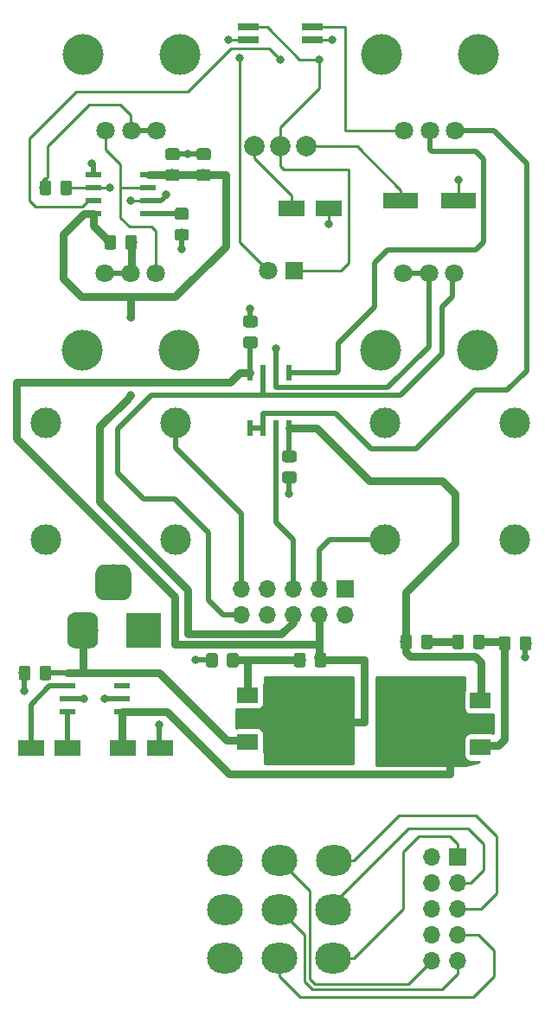
<source format=gbr>
G04 #@! TF.GenerationSoftware,KiCad,Pcbnew,(5.0.0-3-g5ebb6b6)*
G04 #@! TF.CreationDate,2018-11-16T00:35:09+00:00*
G04 #@! TF.ProjectId,555PWMTremolo,35353550574D5472656D6F6C6F2E6B69,rev?*
G04 #@! TF.SameCoordinates,Original*
G04 #@! TF.FileFunction,Copper,L1,Top,Signal*
G04 #@! TF.FilePolarity,Positive*
%FSLAX46Y46*%
G04 Gerber Fmt 4.6, Leading zero omitted, Abs format (unit mm)*
G04 Created by KiCad (PCBNEW (5.0.0-3-g5ebb6b6)) date Friday, 16 November 2018 at 00:35:09*
%MOMM*%
%LPD*%
G01*
G04 APERTURE LIST*
G04 #@! TA.AperFunction,ComponentPad*
%ADD10O,1.700000X1.700000*%
G04 #@! TD*
G04 #@! TA.AperFunction,ComponentPad*
%ADD11R,1.700000X1.700000*%
G04 #@! TD*
G04 #@! TA.AperFunction,ComponentPad*
%ADD12O,3.500000X3.000000*%
G04 #@! TD*
G04 #@! TA.AperFunction,ComponentPad*
%ADD13R,1.800000X1.800000*%
G04 #@! TD*
G04 #@! TA.AperFunction,ComponentPad*
%ADD14C,1.800000*%
G04 #@! TD*
G04 #@! TA.AperFunction,SMDPad,CuDef*
%ADD15R,2.000000X1.500000*%
G04 #@! TD*
G04 #@! TA.AperFunction,SMDPad,CuDef*
%ADD16R,2.000000X3.800000*%
G04 #@! TD*
G04 #@! TA.AperFunction,Conductor*
%ADD17C,0.100000*%
G04 #@! TD*
G04 #@! TA.AperFunction,SMDPad,CuDef*
%ADD18C,1.150000*%
G04 #@! TD*
G04 #@! TA.AperFunction,ComponentPad*
%ADD19C,3.000000*%
G04 #@! TD*
G04 #@! TA.AperFunction,ComponentPad*
%ADD20R,3.500000X3.500000*%
G04 #@! TD*
G04 #@! TA.AperFunction,ComponentPad*
%ADD21C,3.500000*%
G04 #@! TD*
G04 #@! TA.AperFunction,WasherPad*
%ADD22C,4.000000*%
G04 #@! TD*
G04 #@! TA.AperFunction,SMDPad,CuDef*
%ADD23R,0.600000X1.550000*%
G04 #@! TD*
G04 #@! TA.AperFunction,SMDPad,CuDef*
%ADD24R,2.600000X1.600000*%
G04 #@! TD*
G04 #@! TA.AperFunction,SMDPad,CuDef*
%ADD25R,1.550000X0.600000*%
G04 #@! TD*
G04 #@! TA.AperFunction,SMDPad,CuDef*
%ADD26R,2.000000X0.640000*%
G04 #@! TD*
G04 #@! TA.AperFunction,SMDPad,CuDef*
%ADD27R,3.500000X1.600000*%
G04 #@! TD*
G04 #@! TA.AperFunction,ComponentPad*
%ADD28C,2.000000*%
G04 #@! TD*
G04 #@! TA.AperFunction,ViaPad*
%ADD29C,0.800000*%
G04 #@! TD*
G04 #@! TA.AperFunction,Conductor*
%ADD30C,0.500000*%
G04 #@! TD*
G04 #@! TA.AperFunction,Conductor*
%ADD31C,0.750000*%
G04 #@! TD*
G04 #@! TA.AperFunction,Conductor*
%ADD32C,0.250000*%
G04 #@! TD*
G04 #@! TA.AperFunction,Conductor*
%ADD33C,0.254000*%
G04 #@! TD*
G04 APERTURE END LIST*
D10*
G04 #@! TO.P,J_AUXTOMAIN1,10*
G04 #@! TO.N,N/C*
X95504000Y-154940000D03*
G04 #@! TO.P,J_AUXTOMAIN1,9*
G04 #@! TO.N,/555PWMTremolo_3PDT/3PDT_9_INT*
X95504000Y-157480000D03*
G04 #@! TO.P,J_AUXTOMAIN1,8*
G04 #@! TO.N,/555PWMTremolo_3PDT/3PDT_8_INT*
X95504000Y-160020000D03*
G04 #@! TO.P,J_AUXTOMAIN1,7*
G04 #@! TO.N,/555PWMTremolo_3PDT/3PDT_7_INT*
X95504000Y-162560000D03*
G04 #@! TO.P,J_AUXTOMAIN1,6*
G04 #@! TO.N,/555PWMTremolo_3PDT/3PDT_6_INT*
X95504000Y-165100000D03*
G04 #@! TO.P,J_AUXTOMAIN1,5*
G04 #@! TO.N,/555PWMTremolo_3PDT/3PDT_5_INT*
X98044000Y-165100000D03*
G04 #@! TO.P,J_AUXTOMAIN1,4*
G04 #@! TO.N,/555PWMTremolo_3PDT/3PDT_4_INT*
X98044000Y-162560000D03*
G04 #@! TO.P,J_AUXTOMAIN1,3*
G04 #@! TO.N,/555PWMTremolo_3PDT/3PDT_3_INT*
X98044000Y-160020000D03*
G04 #@! TO.P,J_AUXTOMAIN1,2*
G04 #@! TO.N,/555PWMTremolo_3PDT/3PDT_2_INT*
X98044000Y-157480000D03*
D11*
G04 #@! TO.P,J_AUXTOMAIN1,1*
G04 #@! TO.N,/555PWMTremolo_3PDT/3PDT_1_INT*
X98044000Y-154940000D03*
G04 #@! TD*
D12*
G04 #@! TO.P,SW_EN1,1*
G04 #@! TO.N,/555PWMTremolo_3PDT/3PDT_1_INT*
X85836760Y-164851080D03*
G04 #@! TO.P,SW_EN1,4*
G04 #@! TO.N,/555PWMTremolo_3PDT/3PDT_4_INT*
X80563720Y-164838380D03*
G04 #@! TO.P,SW_EN1,7*
G04 #@! TO.N,/555PWMTremolo_3PDT/3PDT_7_INT*
X75247500Y-164833300D03*
G04 #@! TO.P,SW_EN1,2*
G04 #@! TO.N,/555PWMTremolo_3PDT/3PDT_2_INT*
X85852000Y-160045400D03*
G04 #@! TO.P,SW_EN1,5*
G04 #@! TO.N,/555PWMTremolo_3PDT/3PDT_5_INT*
X80556100Y-160045400D03*
G04 #@! TO.P,SW_EN1,8*
G04 #@! TO.N,/555PWMTremolo_3PDT/3PDT_8_INT*
X75247500Y-160045400D03*
G04 #@! TO.P,SW_EN1,3*
G04 #@! TO.N,/555PWMTremolo_3PDT/3PDT_3_INT*
X85864700Y-155244800D03*
G04 #@! TO.P,SW_EN1,6*
G04 #@! TO.N,/555PWMTremolo_3PDT/3PDT_6_INT*
X80556100Y-155244800D03*
G04 #@! TO.P,SW_EN1,9*
G04 #@! TO.N,/555PWMTremolo_3PDT/3PDT_9_INT*
X75247500Y-155244800D03*
G04 #@! TD*
D13*
G04 #@! TO.P,D_LED1,1*
G04 #@! TO.N,Net-(C_LPFOPT2-Pad1)*
X82042000Y-97536000D03*
D14*
G04 #@! TO.P,D_LED1,2*
G04 #@! TO.N,Net-(C_LPFOPT1-Pad1)*
X79502000Y-97536000D03*
G04 #@! TD*
D15*
G04 #@! TO.P,U_NREG1,1*
G04 #@! TO.N,Net-(R3-Pad1)*
X100241500Y-144159000D03*
G04 #@! TO.P,U_NREG1,3*
G04 #@! TO.N,-5V*
X100241500Y-139559000D03*
G04 #@! TO.P,U_NREG1,2*
G04 #@! TO.N,-9V*
X100241500Y-141859000D03*
D16*
X93941500Y-141859000D03*
G04 #@! TD*
D17*
G04 #@! TO.N,Net-(C_BP1-Pad1)*
G04 #@! TO.C,C_BP1*
G36*
X70578505Y-87573204D02*
X70602773Y-87576804D01*
X70626572Y-87582765D01*
X70649671Y-87591030D01*
X70671850Y-87601520D01*
X70692893Y-87614132D01*
X70712599Y-87628747D01*
X70730777Y-87645223D01*
X70747253Y-87663401D01*
X70761868Y-87683107D01*
X70774480Y-87704150D01*
X70784970Y-87726329D01*
X70793235Y-87749428D01*
X70799196Y-87773227D01*
X70802796Y-87797495D01*
X70804000Y-87821999D01*
X70804000Y-88472001D01*
X70802796Y-88496505D01*
X70799196Y-88520773D01*
X70793235Y-88544572D01*
X70784970Y-88567671D01*
X70774480Y-88589850D01*
X70761868Y-88610893D01*
X70747253Y-88630599D01*
X70730777Y-88648777D01*
X70712599Y-88665253D01*
X70692893Y-88679868D01*
X70671850Y-88692480D01*
X70649671Y-88702970D01*
X70626572Y-88711235D01*
X70602773Y-88717196D01*
X70578505Y-88720796D01*
X70554001Y-88722000D01*
X69653999Y-88722000D01*
X69629495Y-88720796D01*
X69605227Y-88717196D01*
X69581428Y-88711235D01*
X69558329Y-88702970D01*
X69536150Y-88692480D01*
X69515107Y-88679868D01*
X69495401Y-88665253D01*
X69477223Y-88648777D01*
X69460747Y-88630599D01*
X69446132Y-88610893D01*
X69433520Y-88589850D01*
X69423030Y-88567671D01*
X69414765Y-88544572D01*
X69408804Y-88520773D01*
X69405204Y-88496505D01*
X69404000Y-88472001D01*
X69404000Y-87821999D01*
X69405204Y-87797495D01*
X69408804Y-87773227D01*
X69414765Y-87749428D01*
X69423030Y-87726329D01*
X69433520Y-87704150D01*
X69446132Y-87683107D01*
X69460747Y-87663401D01*
X69477223Y-87645223D01*
X69495401Y-87628747D01*
X69515107Y-87614132D01*
X69536150Y-87601520D01*
X69558329Y-87591030D01*
X69581428Y-87582765D01*
X69605227Y-87576804D01*
X69629495Y-87573204D01*
X69653999Y-87572000D01*
X70554001Y-87572000D01*
X70578505Y-87573204D01*
X70578505Y-87573204D01*
G37*
D18*
G04 #@! TD*
G04 #@! TO.P,C_BP1,1*
G04 #@! TO.N,Net-(C_BP1-Pad1)*
X70104000Y-88147000D03*
D17*
G04 #@! TO.N,/GND*
G04 #@! TO.C,C_BP1*
G36*
X70578505Y-85523204D02*
X70602773Y-85526804D01*
X70626572Y-85532765D01*
X70649671Y-85541030D01*
X70671850Y-85551520D01*
X70692893Y-85564132D01*
X70712599Y-85578747D01*
X70730777Y-85595223D01*
X70747253Y-85613401D01*
X70761868Y-85633107D01*
X70774480Y-85654150D01*
X70784970Y-85676329D01*
X70793235Y-85699428D01*
X70799196Y-85723227D01*
X70802796Y-85747495D01*
X70804000Y-85771999D01*
X70804000Y-86422001D01*
X70802796Y-86446505D01*
X70799196Y-86470773D01*
X70793235Y-86494572D01*
X70784970Y-86517671D01*
X70774480Y-86539850D01*
X70761868Y-86560893D01*
X70747253Y-86580599D01*
X70730777Y-86598777D01*
X70712599Y-86615253D01*
X70692893Y-86629868D01*
X70671850Y-86642480D01*
X70649671Y-86652970D01*
X70626572Y-86661235D01*
X70602773Y-86667196D01*
X70578505Y-86670796D01*
X70554001Y-86672000D01*
X69653999Y-86672000D01*
X69629495Y-86670796D01*
X69605227Y-86667196D01*
X69581428Y-86661235D01*
X69558329Y-86652970D01*
X69536150Y-86642480D01*
X69515107Y-86629868D01*
X69495401Y-86615253D01*
X69477223Y-86598777D01*
X69460747Y-86580599D01*
X69446132Y-86560893D01*
X69433520Y-86539850D01*
X69423030Y-86517671D01*
X69414765Y-86494572D01*
X69408804Y-86470773D01*
X69405204Y-86446505D01*
X69404000Y-86422001D01*
X69404000Y-85771999D01*
X69405204Y-85747495D01*
X69408804Y-85723227D01*
X69414765Y-85699428D01*
X69423030Y-85676329D01*
X69433520Y-85654150D01*
X69446132Y-85633107D01*
X69460747Y-85613401D01*
X69477223Y-85595223D01*
X69495401Y-85578747D01*
X69515107Y-85564132D01*
X69536150Y-85551520D01*
X69558329Y-85541030D01*
X69581428Y-85532765D01*
X69605227Y-85526804D01*
X69629495Y-85523204D01*
X69653999Y-85522000D01*
X70554001Y-85522000D01*
X70578505Y-85523204D01*
X70578505Y-85523204D01*
G37*
D18*
G04 #@! TD*
G04 #@! TO.P,C_BP1,2*
G04 #@! TO.N,/GND*
X70104000Y-86097000D03*
D17*
G04 #@! TO.N,+5V*
G04 #@! TO.C,C_BP3*
G36*
X78198505Y-103956204D02*
X78222773Y-103959804D01*
X78246572Y-103965765D01*
X78269671Y-103974030D01*
X78291850Y-103984520D01*
X78312893Y-103997132D01*
X78332599Y-104011747D01*
X78350777Y-104028223D01*
X78367253Y-104046401D01*
X78381868Y-104066107D01*
X78394480Y-104087150D01*
X78404970Y-104109329D01*
X78413235Y-104132428D01*
X78419196Y-104156227D01*
X78422796Y-104180495D01*
X78424000Y-104204999D01*
X78424000Y-104855001D01*
X78422796Y-104879505D01*
X78419196Y-104903773D01*
X78413235Y-104927572D01*
X78404970Y-104950671D01*
X78394480Y-104972850D01*
X78381868Y-104993893D01*
X78367253Y-105013599D01*
X78350777Y-105031777D01*
X78332599Y-105048253D01*
X78312893Y-105062868D01*
X78291850Y-105075480D01*
X78269671Y-105085970D01*
X78246572Y-105094235D01*
X78222773Y-105100196D01*
X78198505Y-105103796D01*
X78174001Y-105105000D01*
X77273999Y-105105000D01*
X77249495Y-105103796D01*
X77225227Y-105100196D01*
X77201428Y-105094235D01*
X77178329Y-105085970D01*
X77156150Y-105075480D01*
X77135107Y-105062868D01*
X77115401Y-105048253D01*
X77097223Y-105031777D01*
X77080747Y-105013599D01*
X77066132Y-104993893D01*
X77053520Y-104972850D01*
X77043030Y-104950671D01*
X77034765Y-104927572D01*
X77028804Y-104903773D01*
X77025204Y-104879505D01*
X77024000Y-104855001D01*
X77024000Y-104204999D01*
X77025204Y-104180495D01*
X77028804Y-104156227D01*
X77034765Y-104132428D01*
X77043030Y-104109329D01*
X77053520Y-104087150D01*
X77066132Y-104066107D01*
X77080747Y-104046401D01*
X77097223Y-104028223D01*
X77115401Y-104011747D01*
X77135107Y-103997132D01*
X77156150Y-103984520D01*
X77178329Y-103974030D01*
X77201428Y-103965765D01*
X77225227Y-103959804D01*
X77249495Y-103956204D01*
X77273999Y-103955000D01*
X78174001Y-103955000D01*
X78198505Y-103956204D01*
X78198505Y-103956204D01*
G37*
D18*
G04 #@! TD*
G04 #@! TO.P,C_BP3,2*
G04 #@! TO.N,+5V*
X77724000Y-104530000D03*
D17*
G04 #@! TO.N,/GND*
G04 #@! TO.C,C_BP3*
G36*
X78198505Y-101906204D02*
X78222773Y-101909804D01*
X78246572Y-101915765D01*
X78269671Y-101924030D01*
X78291850Y-101934520D01*
X78312893Y-101947132D01*
X78332599Y-101961747D01*
X78350777Y-101978223D01*
X78367253Y-101996401D01*
X78381868Y-102016107D01*
X78394480Y-102037150D01*
X78404970Y-102059329D01*
X78413235Y-102082428D01*
X78419196Y-102106227D01*
X78422796Y-102130495D01*
X78424000Y-102154999D01*
X78424000Y-102805001D01*
X78422796Y-102829505D01*
X78419196Y-102853773D01*
X78413235Y-102877572D01*
X78404970Y-102900671D01*
X78394480Y-102922850D01*
X78381868Y-102943893D01*
X78367253Y-102963599D01*
X78350777Y-102981777D01*
X78332599Y-102998253D01*
X78312893Y-103012868D01*
X78291850Y-103025480D01*
X78269671Y-103035970D01*
X78246572Y-103044235D01*
X78222773Y-103050196D01*
X78198505Y-103053796D01*
X78174001Y-103055000D01*
X77273999Y-103055000D01*
X77249495Y-103053796D01*
X77225227Y-103050196D01*
X77201428Y-103044235D01*
X77178329Y-103035970D01*
X77156150Y-103025480D01*
X77135107Y-103012868D01*
X77115401Y-102998253D01*
X77097223Y-102981777D01*
X77080747Y-102963599D01*
X77066132Y-102943893D01*
X77053520Y-102922850D01*
X77043030Y-102900671D01*
X77034765Y-102877572D01*
X77028804Y-102853773D01*
X77025204Y-102829505D01*
X77024000Y-102805001D01*
X77024000Y-102154999D01*
X77025204Y-102130495D01*
X77028804Y-102106227D01*
X77034765Y-102082428D01*
X77043030Y-102059329D01*
X77053520Y-102037150D01*
X77066132Y-102016107D01*
X77080747Y-101996401D01*
X77097223Y-101978223D01*
X77115401Y-101961747D01*
X77135107Y-101947132D01*
X77156150Y-101934520D01*
X77178329Y-101924030D01*
X77201428Y-101915765D01*
X77225227Y-101909804D01*
X77249495Y-101906204D01*
X77273999Y-101905000D01*
X78174001Y-101905000D01*
X78198505Y-101906204D01*
X78198505Y-101906204D01*
G37*
D18*
G04 #@! TD*
G04 #@! TO.P,C_BP3,1*
G04 #@! TO.N,/GND*
X77724000Y-102480000D03*
D17*
G04 #@! TO.N,/GND*
G04 #@! TO.C,C_BP4*
G36*
X82008505Y-117164204D02*
X82032773Y-117167804D01*
X82056572Y-117173765D01*
X82079671Y-117182030D01*
X82101850Y-117192520D01*
X82122893Y-117205132D01*
X82142599Y-117219747D01*
X82160777Y-117236223D01*
X82177253Y-117254401D01*
X82191868Y-117274107D01*
X82204480Y-117295150D01*
X82214970Y-117317329D01*
X82223235Y-117340428D01*
X82229196Y-117364227D01*
X82232796Y-117388495D01*
X82234000Y-117412999D01*
X82234000Y-118063001D01*
X82232796Y-118087505D01*
X82229196Y-118111773D01*
X82223235Y-118135572D01*
X82214970Y-118158671D01*
X82204480Y-118180850D01*
X82191868Y-118201893D01*
X82177253Y-118221599D01*
X82160777Y-118239777D01*
X82142599Y-118256253D01*
X82122893Y-118270868D01*
X82101850Y-118283480D01*
X82079671Y-118293970D01*
X82056572Y-118302235D01*
X82032773Y-118308196D01*
X82008505Y-118311796D01*
X81984001Y-118313000D01*
X81083999Y-118313000D01*
X81059495Y-118311796D01*
X81035227Y-118308196D01*
X81011428Y-118302235D01*
X80988329Y-118293970D01*
X80966150Y-118283480D01*
X80945107Y-118270868D01*
X80925401Y-118256253D01*
X80907223Y-118239777D01*
X80890747Y-118221599D01*
X80876132Y-118201893D01*
X80863520Y-118180850D01*
X80853030Y-118158671D01*
X80844765Y-118135572D01*
X80838804Y-118111773D01*
X80835204Y-118087505D01*
X80834000Y-118063001D01*
X80834000Y-117412999D01*
X80835204Y-117388495D01*
X80838804Y-117364227D01*
X80844765Y-117340428D01*
X80853030Y-117317329D01*
X80863520Y-117295150D01*
X80876132Y-117274107D01*
X80890747Y-117254401D01*
X80907223Y-117236223D01*
X80925401Y-117219747D01*
X80945107Y-117205132D01*
X80966150Y-117192520D01*
X80988329Y-117182030D01*
X81011428Y-117173765D01*
X81035227Y-117167804D01*
X81059495Y-117164204D01*
X81083999Y-117163000D01*
X81984001Y-117163000D01*
X82008505Y-117164204D01*
X82008505Y-117164204D01*
G37*
D18*
G04 #@! TD*
G04 #@! TO.P,C_BP4,2*
G04 #@! TO.N,/GND*
X81534000Y-117738000D03*
D17*
G04 #@! TO.N,-5V*
G04 #@! TO.C,C_BP4*
G36*
X82008505Y-115114204D02*
X82032773Y-115117804D01*
X82056572Y-115123765D01*
X82079671Y-115132030D01*
X82101850Y-115142520D01*
X82122893Y-115155132D01*
X82142599Y-115169747D01*
X82160777Y-115186223D01*
X82177253Y-115204401D01*
X82191868Y-115224107D01*
X82204480Y-115245150D01*
X82214970Y-115267329D01*
X82223235Y-115290428D01*
X82229196Y-115314227D01*
X82232796Y-115338495D01*
X82234000Y-115362999D01*
X82234000Y-116013001D01*
X82232796Y-116037505D01*
X82229196Y-116061773D01*
X82223235Y-116085572D01*
X82214970Y-116108671D01*
X82204480Y-116130850D01*
X82191868Y-116151893D01*
X82177253Y-116171599D01*
X82160777Y-116189777D01*
X82142599Y-116206253D01*
X82122893Y-116220868D01*
X82101850Y-116233480D01*
X82079671Y-116243970D01*
X82056572Y-116252235D01*
X82032773Y-116258196D01*
X82008505Y-116261796D01*
X81984001Y-116263000D01*
X81083999Y-116263000D01*
X81059495Y-116261796D01*
X81035227Y-116258196D01*
X81011428Y-116252235D01*
X80988329Y-116243970D01*
X80966150Y-116233480D01*
X80945107Y-116220868D01*
X80925401Y-116206253D01*
X80907223Y-116189777D01*
X80890747Y-116171599D01*
X80876132Y-116151893D01*
X80863520Y-116130850D01*
X80853030Y-116108671D01*
X80844765Y-116085572D01*
X80838804Y-116061773D01*
X80835204Y-116037505D01*
X80834000Y-116013001D01*
X80834000Y-115362999D01*
X80835204Y-115338495D01*
X80838804Y-115314227D01*
X80844765Y-115290428D01*
X80853030Y-115267329D01*
X80863520Y-115245150D01*
X80876132Y-115224107D01*
X80890747Y-115204401D01*
X80907223Y-115186223D01*
X80925401Y-115169747D01*
X80945107Y-115155132D01*
X80966150Y-115142520D01*
X80988329Y-115132030D01*
X81011428Y-115123765D01*
X81035227Y-115117804D01*
X81059495Y-115114204D01*
X81083999Y-115113000D01*
X81984001Y-115113000D01*
X82008505Y-115114204D01*
X82008505Y-115114204D01*
G37*
D18*
G04 #@! TD*
G04 #@! TO.P,C_BP4,1*
G04 #@! TO.N,-5V*
X81534000Y-115688000D03*
D17*
G04 #@! TO.N,/GND*
G04 #@! TO.C,C_BP5*
G36*
X55966505Y-136207204D02*
X55990773Y-136210804D01*
X56014572Y-136216765D01*
X56037671Y-136225030D01*
X56059850Y-136235520D01*
X56080893Y-136248132D01*
X56100599Y-136262747D01*
X56118777Y-136279223D01*
X56135253Y-136297401D01*
X56149868Y-136317107D01*
X56162480Y-136338150D01*
X56172970Y-136360329D01*
X56181235Y-136383428D01*
X56187196Y-136407227D01*
X56190796Y-136431495D01*
X56192000Y-136455999D01*
X56192000Y-137356001D01*
X56190796Y-137380505D01*
X56187196Y-137404773D01*
X56181235Y-137428572D01*
X56172970Y-137451671D01*
X56162480Y-137473850D01*
X56149868Y-137494893D01*
X56135253Y-137514599D01*
X56118777Y-137532777D01*
X56100599Y-137549253D01*
X56080893Y-137563868D01*
X56059850Y-137576480D01*
X56037671Y-137586970D01*
X56014572Y-137595235D01*
X55990773Y-137601196D01*
X55966505Y-137604796D01*
X55942001Y-137606000D01*
X55291999Y-137606000D01*
X55267495Y-137604796D01*
X55243227Y-137601196D01*
X55219428Y-137595235D01*
X55196329Y-137586970D01*
X55174150Y-137576480D01*
X55153107Y-137563868D01*
X55133401Y-137549253D01*
X55115223Y-137532777D01*
X55098747Y-137514599D01*
X55084132Y-137494893D01*
X55071520Y-137473850D01*
X55061030Y-137451671D01*
X55052765Y-137428572D01*
X55046804Y-137404773D01*
X55043204Y-137380505D01*
X55042000Y-137356001D01*
X55042000Y-136455999D01*
X55043204Y-136431495D01*
X55046804Y-136407227D01*
X55052765Y-136383428D01*
X55061030Y-136360329D01*
X55071520Y-136338150D01*
X55084132Y-136317107D01*
X55098747Y-136297401D01*
X55115223Y-136279223D01*
X55133401Y-136262747D01*
X55153107Y-136248132D01*
X55174150Y-136235520D01*
X55196329Y-136225030D01*
X55219428Y-136216765D01*
X55243227Y-136210804D01*
X55267495Y-136207204D01*
X55291999Y-136206000D01*
X55942001Y-136206000D01*
X55966505Y-136207204D01*
X55966505Y-136207204D01*
G37*
D18*
G04 #@! TD*
G04 #@! TO.P,C_BP5,1*
G04 #@! TO.N,/GND*
X55617000Y-136906000D03*
D17*
G04 #@! TO.N,+9V*
G04 #@! TO.C,C_BP5*
G36*
X58016505Y-136207204D02*
X58040773Y-136210804D01*
X58064572Y-136216765D01*
X58087671Y-136225030D01*
X58109850Y-136235520D01*
X58130893Y-136248132D01*
X58150599Y-136262747D01*
X58168777Y-136279223D01*
X58185253Y-136297401D01*
X58199868Y-136317107D01*
X58212480Y-136338150D01*
X58222970Y-136360329D01*
X58231235Y-136383428D01*
X58237196Y-136407227D01*
X58240796Y-136431495D01*
X58242000Y-136455999D01*
X58242000Y-137356001D01*
X58240796Y-137380505D01*
X58237196Y-137404773D01*
X58231235Y-137428572D01*
X58222970Y-137451671D01*
X58212480Y-137473850D01*
X58199868Y-137494893D01*
X58185253Y-137514599D01*
X58168777Y-137532777D01*
X58150599Y-137549253D01*
X58130893Y-137563868D01*
X58109850Y-137576480D01*
X58087671Y-137586970D01*
X58064572Y-137595235D01*
X58040773Y-137601196D01*
X58016505Y-137604796D01*
X57992001Y-137606000D01*
X57341999Y-137606000D01*
X57317495Y-137604796D01*
X57293227Y-137601196D01*
X57269428Y-137595235D01*
X57246329Y-137586970D01*
X57224150Y-137576480D01*
X57203107Y-137563868D01*
X57183401Y-137549253D01*
X57165223Y-137532777D01*
X57148747Y-137514599D01*
X57134132Y-137494893D01*
X57121520Y-137473850D01*
X57111030Y-137451671D01*
X57102765Y-137428572D01*
X57096804Y-137404773D01*
X57093204Y-137380505D01*
X57092000Y-137356001D01*
X57092000Y-136455999D01*
X57093204Y-136431495D01*
X57096804Y-136407227D01*
X57102765Y-136383428D01*
X57111030Y-136360329D01*
X57121520Y-136338150D01*
X57134132Y-136317107D01*
X57148747Y-136297401D01*
X57165223Y-136279223D01*
X57183401Y-136262747D01*
X57203107Y-136248132D01*
X57224150Y-136235520D01*
X57246329Y-136225030D01*
X57269428Y-136216765D01*
X57293227Y-136210804D01*
X57317495Y-136207204D01*
X57341999Y-136206000D01*
X57992001Y-136206000D01*
X58016505Y-136207204D01*
X58016505Y-136207204D01*
G37*
D18*
G04 #@! TD*
G04 #@! TO.P,C_BP5,2*
G04 #@! TO.N,+9V*
X57667000Y-136906000D03*
D19*
G04 #@! TO.P,J_IN1,4*
G04 #@! TO.N,/GND*
X103568500Y-123825000D03*
G04 #@! TO.P,J_IN1,3*
X103568500Y-112395000D03*
G04 #@! TO.P,J_IN1,2*
X90868500Y-112395000D03*
G04 #@! TO.P,J_IN1,1*
G04 #@! TO.N,/3PDT_2_EXT*
X90868500Y-123825000D03*
G04 #@! TD*
D20*
G04 #@! TO.P,J_PWR1,1*
G04 #@! TO.N,/GND*
X67310000Y-132715000D03*
D17*
G04 #@! TD*
G04 #@! TO.N,+9V*
G04 #@! TO.C,J_PWR1*
G36*
X62133513Y-130968611D02*
X62206318Y-130979411D01*
X62277714Y-130997295D01*
X62347013Y-131022090D01*
X62413548Y-131053559D01*
X62476678Y-131091398D01*
X62535795Y-131135242D01*
X62590330Y-131184670D01*
X62639758Y-131239205D01*
X62683602Y-131298322D01*
X62721441Y-131361452D01*
X62752910Y-131427987D01*
X62777705Y-131497286D01*
X62795589Y-131568682D01*
X62806389Y-131641487D01*
X62810000Y-131715000D01*
X62810000Y-133715000D01*
X62806389Y-133788513D01*
X62795589Y-133861318D01*
X62777705Y-133932714D01*
X62752910Y-134002013D01*
X62721441Y-134068548D01*
X62683602Y-134131678D01*
X62639758Y-134190795D01*
X62590330Y-134245330D01*
X62535795Y-134294758D01*
X62476678Y-134338602D01*
X62413548Y-134376441D01*
X62347013Y-134407910D01*
X62277714Y-134432705D01*
X62206318Y-134450589D01*
X62133513Y-134461389D01*
X62060000Y-134465000D01*
X60560000Y-134465000D01*
X60486487Y-134461389D01*
X60413682Y-134450589D01*
X60342286Y-134432705D01*
X60272987Y-134407910D01*
X60206452Y-134376441D01*
X60143322Y-134338602D01*
X60084205Y-134294758D01*
X60029670Y-134245330D01*
X59980242Y-134190795D01*
X59936398Y-134131678D01*
X59898559Y-134068548D01*
X59867090Y-134002013D01*
X59842295Y-133932714D01*
X59824411Y-133861318D01*
X59813611Y-133788513D01*
X59810000Y-133715000D01*
X59810000Y-131715000D01*
X59813611Y-131641487D01*
X59824411Y-131568682D01*
X59842295Y-131497286D01*
X59867090Y-131427987D01*
X59898559Y-131361452D01*
X59936398Y-131298322D01*
X59980242Y-131239205D01*
X60029670Y-131184670D01*
X60084205Y-131135242D01*
X60143322Y-131091398D01*
X60206452Y-131053559D01*
X60272987Y-131022090D01*
X60342286Y-130997295D01*
X60413682Y-130979411D01*
X60486487Y-130968611D01*
X60560000Y-130965000D01*
X62060000Y-130965000D01*
X62133513Y-130968611D01*
X62133513Y-130968611D01*
G37*
D19*
G04 #@! TO.P,J_PWR1,2*
G04 #@! TO.N,+9V*
X61310000Y-132715000D03*
D17*
G04 #@! TD*
G04 #@! TO.N,N/C*
G04 #@! TO.C,J_PWR1*
G36*
X65270765Y-126269213D02*
X65355704Y-126281813D01*
X65438999Y-126302677D01*
X65519848Y-126331605D01*
X65597472Y-126368319D01*
X65671124Y-126412464D01*
X65740094Y-126463616D01*
X65803718Y-126521282D01*
X65861384Y-126584906D01*
X65912536Y-126653876D01*
X65956681Y-126727528D01*
X65993395Y-126805152D01*
X66022323Y-126886001D01*
X66043187Y-126969296D01*
X66055787Y-127054235D01*
X66060000Y-127140000D01*
X66060000Y-128890000D01*
X66055787Y-128975765D01*
X66043187Y-129060704D01*
X66022323Y-129143999D01*
X65993395Y-129224848D01*
X65956681Y-129302472D01*
X65912536Y-129376124D01*
X65861384Y-129445094D01*
X65803718Y-129508718D01*
X65740094Y-129566384D01*
X65671124Y-129617536D01*
X65597472Y-129661681D01*
X65519848Y-129698395D01*
X65438999Y-129727323D01*
X65355704Y-129748187D01*
X65270765Y-129760787D01*
X65185000Y-129765000D01*
X63435000Y-129765000D01*
X63349235Y-129760787D01*
X63264296Y-129748187D01*
X63181001Y-129727323D01*
X63100152Y-129698395D01*
X63022528Y-129661681D01*
X62948876Y-129617536D01*
X62879906Y-129566384D01*
X62816282Y-129508718D01*
X62758616Y-129445094D01*
X62707464Y-129376124D01*
X62663319Y-129302472D01*
X62626605Y-129224848D01*
X62597677Y-129143999D01*
X62576813Y-129060704D01*
X62564213Y-128975765D01*
X62560000Y-128890000D01*
X62560000Y-127140000D01*
X62564213Y-127054235D01*
X62576813Y-126969296D01*
X62597677Y-126886001D01*
X62626605Y-126805152D01*
X62663319Y-126727528D01*
X62707464Y-126653876D01*
X62758616Y-126584906D01*
X62816282Y-126521282D01*
X62879906Y-126463616D01*
X62948876Y-126412464D01*
X63022528Y-126368319D01*
X63100152Y-126331605D01*
X63181001Y-126302677D01*
X63264296Y-126281813D01*
X63349235Y-126269213D01*
X63435000Y-126265000D01*
X65185000Y-126265000D01*
X65270765Y-126269213D01*
X65270765Y-126269213D01*
G37*
D21*
G04 #@! TO.P,J_PWR1,3*
G04 #@! TO.N,N/C*
X64310000Y-128015000D03*
G04 #@! TD*
D14*
G04 #@! TO.P,P_DEPTH1,3*
G04 #@! TO.N,/555PWMTremolo_Clock/CLK_OUT*
X92790000Y-83820000D03*
G04 #@! TO.P,P_DEPTH1,2*
G04 #@! TO.N,Net-(P_DEPTH1-Pad2)*
X95290000Y-83820000D03*
G04 #@! TO.P,P_DEPTH1,1*
G04 #@! TO.N,Net-(P_DEPTH1-Pad1)*
X97790000Y-83820000D03*
D22*
G04 #@! TO.P,P_DEPTH1,*
G04 #@! TO.N,*
X90540000Y-76320000D03*
X100040000Y-76320000D03*
G04 #@! TD*
G04 #@! TO.P,P_VOL1,*
G04 #@! TO.N,*
X90460000Y-105290000D03*
X99960000Y-105290000D03*
D14*
G04 #@! TO.P,P_VOL1,1*
G04 #@! TO.N,Net-(P_VOL1-Pad1)*
X92710000Y-97790000D03*
G04 #@! TO.P,P_VOL1,2*
X95210000Y-97790000D03*
G04 #@! TO.P,P_VOL1,3*
G04 #@! TO.N,/3PDT_6_EXT*
X97710000Y-97790000D03*
G04 #@! TD*
D17*
G04 #@! TO.N,/GND*
G04 #@! TO.C,R1*
G36*
X74305305Y-134937204D02*
X74329573Y-134940804D01*
X74353372Y-134946765D01*
X74376471Y-134955030D01*
X74398650Y-134965520D01*
X74419693Y-134978132D01*
X74439399Y-134992747D01*
X74457577Y-135009223D01*
X74474053Y-135027401D01*
X74488668Y-135047107D01*
X74501280Y-135068150D01*
X74511770Y-135090329D01*
X74520035Y-135113428D01*
X74525996Y-135137227D01*
X74529596Y-135161495D01*
X74530800Y-135185999D01*
X74530800Y-136086001D01*
X74529596Y-136110505D01*
X74525996Y-136134773D01*
X74520035Y-136158572D01*
X74511770Y-136181671D01*
X74501280Y-136203850D01*
X74488668Y-136224893D01*
X74474053Y-136244599D01*
X74457577Y-136262777D01*
X74439399Y-136279253D01*
X74419693Y-136293868D01*
X74398650Y-136306480D01*
X74376471Y-136316970D01*
X74353372Y-136325235D01*
X74329573Y-136331196D01*
X74305305Y-136334796D01*
X74280801Y-136336000D01*
X73630799Y-136336000D01*
X73606295Y-136334796D01*
X73582027Y-136331196D01*
X73558228Y-136325235D01*
X73535129Y-136316970D01*
X73512950Y-136306480D01*
X73491907Y-136293868D01*
X73472201Y-136279253D01*
X73454023Y-136262777D01*
X73437547Y-136244599D01*
X73422932Y-136224893D01*
X73410320Y-136203850D01*
X73399830Y-136181671D01*
X73391565Y-136158572D01*
X73385604Y-136134773D01*
X73382004Y-136110505D01*
X73380800Y-136086001D01*
X73380800Y-135185999D01*
X73382004Y-135161495D01*
X73385604Y-135137227D01*
X73391565Y-135113428D01*
X73399830Y-135090329D01*
X73410320Y-135068150D01*
X73422932Y-135047107D01*
X73437547Y-135027401D01*
X73454023Y-135009223D01*
X73472201Y-134992747D01*
X73491907Y-134978132D01*
X73512950Y-134965520D01*
X73535129Y-134955030D01*
X73558228Y-134946765D01*
X73582027Y-134940804D01*
X73606295Y-134937204D01*
X73630799Y-134936000D01*
X74280801Y-134936000D01*
X74305305Y-134937204D01*
X74305305Y-134937204D01*
G37*
D18*
G04 #@! TD*
G04 #@! TO.P,R1,2*
G04 #@! TO.N,/GND*
X73955800Y-135636000D03*
D17*
G04 #@! TO.N,Net-(R1-Pad1)*
G04 #@! TO.C,R1*
G36*
X76355305Y-134937204D02*
X76379573Y-134940804D01*
X76403372Y-134946765D01*
X76426471Y-134955030D01*
X76448650Y-134965520D01*
X76469693Y-134978132D01*
X76489399Y-134992747D01*
X76507577Y-135009223D01*
X76524053Y-135027401D01*
X76538668Y-135047107D01*
X76551280Y-135068150D01*
X76561770Y-135090329D01*
X76570035Y-135113428D01*
X76575996Y-135137227D01*
X76579596Y-135161495D01*
X76580800Y-135185999D01*
X76580800Y-136086001D01*
X76579596Y-136110505D01*
X76575996Y-136134773D01*
X76570035Y-136158572D01*
X76561770Y-136181671D01*
X76551280Y-136203850D01*
X76538668Y-136224893D01*
X76524053Y-136244599D01*
X76507577Y-136262777D01*
X76489399Y-136279253D01*
X76469693Y-136293868D01*
X76448650Y-136306480D01*
X76426471Y-136316970D01*
X76403372Y-136325235D01*
X76379573Y-136331196D01*
X76355305Y-136334796D01*
X76330801Y-136336000D01*
X75680799Y-136336000D01*
X75656295Y-136334796D01*
X75632027Y-136331196D01*
X75608228Y-136325235D01*
X75585129Y-136316970D01*
X75562950Y-136306480D01*
X75541907Y-136293868D01*
X75522201Y-136279253D01*
X75504023Y-136262777D01*
X75487547Y-136244599D01*
X75472932Y-136224893D01*
X75460320Y-136203850D01*
X75449830Y-136181671D01*
X75441565Y-136158572D01*
X75435604Y-136134773D01*
X75432004Y-136110505D01*
X75430800Y-136086001D01*
X75430800Y-135185999D01*
X75432004Y-135161495D01*
X75435604Y-135137227D01*
X75441565Y-135113428D01*
X75449830Y-135090329D01*
X75460320Y-135068150D01*
X75472932Y-135047107D01*
X75487547Y-135027401D01*
X75504023Y-135009223D01*
X75522201Y-134992747D01*
X75541907Y-134978132D01*
X75562950Y-134965520D01*
X75585129Y-134955030D01*
X75608228Y-134946765D01*
X75632027Y-134940804D01*
X75656295Y-134937204D01*
X75680799Y-134936000D01*
X76330801Y-134936000D01*
X76355305Y-134937204D01*
X76355305Y-134937204D01*
G37*
D18*
G04 #@! TD*
G04 #@! TO.P,R1,1*
G04 #@! TO.N,Net-(R1-Pad1)*
X76005800Y-135636000D03*
D17*
G04 #@! TO.N,+5V*
G04 #@! TO.C,R2*
G36*
X84940505Y-134937204D02*
X84964773Y-134940804D01*
X84988572Y-134946765D01*
X85011671Y-134955030D01*
X85033850Y-134965520D01*
X85054893Y-134978132D01*
X85074599Y-134992747D01*
X85092777Y-135009223D01*
X85109253Y-135027401D01*
X85123868Y-135047107D01*
X85136480Y-135068150D01*
X85146970Y-135090329D01*
X85155235Y-135113428D01*
X85161196Y-135137227D01*
X85164796Y-135161495D01*
X85166000Y-135185999D01*
X85166000Y-136086001D01*
X85164796Y-136110505D01*
X85161196Y-136134773D01*
X85155235Y-136158572D01*
X85146970Y-136181671D01*
X85136480Y-136203850D01*
X85123868Y-136224893D01*
X85109253Y-136244599D01*
X85092777Y-136262777D01*
X85074599Y-136279253D01*
X85054893Y-136293868D01*
X85033850Y-136306480D01*
X85011671Y-136316970D01*
X84988572Y-136325235D01*
X84964773Y-136331196D01*
X84940505Y-136334796D01*
X84916001Y-136336000D01*
X84265999Y-136336000D01*
X84241495Y-136334796D01*
X84217227Y-136331196D01*
X84193428Y-136325235D01*
X84170329Y-136316970D01*
X84148150Y-136306480D01*
X84127107Y-136293868D01*
X84107401Y-136279253D01*
X84089223Y-136262777D01*
X84072747Y-136244599D01*
X84058132Y-136224893D01*
X84045520Y-136203850D01*
X84035030Y-136181671D01*
X84026765Y-136158572D01*
X84020804Y-136134773D01*
X84017204Y-136110505D01*
X84016000Y-136086001D01*
X84016000Y-135185999D01*
X84017204Y-135161495D01*
X84020804Y-135137227D01*
X84026765Y-135113428D01*
X84035030Y-135090329D01*
X84045520Y-135068150D01*
X84058132Y-135047107D01*
X84072747Y-135027401D01*
X84089223Y-135009223D01*
X84107401Y-134992747D01*
X84127107Y-134978132D01*
X84148150Y-134965520D01*
X84170329Y-134955030D01*
X84193428Y-134946765D01*
X84217227Y-134940804D01*
X84241495Y-134937204D01*
X84265999Y-134936000D01*
X84916001Y-134936000D01*
X84940505Y-134937204D01*
X84940505Y-134937204D01*
G37*
D18*
G04 #@! TD*
G04 #@! TO.P,R2,1*
G04 #@! TO.N,+5V*
X84591000Y-135636000D03*
D17*
G04 #@! TO.N,Net-(R1-Pad1)*
G04 #@! TO.C,R2*
G36*
X82890505Y-134937204D02*
X82914773Y-134940804D01*
X82938572Y-134946765D01*
X82961671Y-134955030D01*
X82983850Y-134965520D01*
X83004893Y-134978132D01*
X83024599Y-134992747D01*
X83042777Y-135009223D01*
X83059253Y-135027401D01*
X83073868Y-135047107D01*
X83086480Y-135068150D01*
X83096970Y-135090329D01*
X83105235Y-135113428D01*
X83111196Y-135137227D01*
X83114796Y-135161495D01*
X83116000Y-135185999D01*
X83116000Y-136086001D01*
X83114796Y-136110505D01*
X83111196Y-136134773D01*
X83105235Y-136158572D01*
X83096970Y-136181671D01*
X83086480Y-136203850D01*
X83073868Y-136224893D01*
X83059253Y-136244599D01*
X83042777Y-136262777D01*
X83024599Y-136279253D01*
X83004893Y-136293868D01*
X82983850Y-136306480D01*
X82961671Y-136316970D01*
X82938572Y-136325235D01*
X82914773Y-136331196D01*
X82890505Y-136334796D01*
X82866001Y-136336000D01*
X82215999Y-136336000D01*
X82191495Y-136334796D01*
X82167227Y-136331196D01*
X82143428Y-136325235D01*
X82120329Y-136316970D01*
X82098150Y-136306480D01*
X82077107Y-136293868D01*
X82057401Y-136279253D01*
X82039223Y-136262777D01*
X82022747Y-136244599D01*
X82008132Y-136224893D01*
X81995520Y-136203850D01*
X81985030Y-136181671D01*
X81976765Y-136158572D01*
X81970804Y-136134773D01*
X81967204Y-136110505D01*
X81966000Y-136086001D01*
X81966000Y-135185999D01*
X81967204Y-135161495D01*
X81970804Y-135137227D01*
X81976765Y-135113428D01*
X81985030Y-135090329D01*
X81995520Y-135068150D01*
X82008132Y-135047107D01*
X82022747Y-135027401D01*
X82039223Y-135009223D01*
X82057401Y-134992747D01*
X82077107Y-134978132D01*
X82098150Y-134965520D01*
X82120329Y-134955030D01*
X82143428Y-134946765D01*
X82167227Y-134940804D01*
X82191495Y-134937204D01*
X82215999Y-134936000D01*
X82866001Y-134936000D01*
X82890505Y-134937204D01*
X82890505Y-134937204D01*
G37*
D18*
G04 #@! TD*
G04 #@! TO.P,R2,2*
G04 #@! TO.N,Net-(R1-Pad1)*
X82541000Y-135636000D03*
D17*
G04 #@! TO.N,Net-(R3-Pad1)*
G04 #@! TO.C,R3*
G36*
X102956505Y-133286204D02*
X102980773Y-133289804D01*
X103004572Y-133295765D01*
X103027671Y-133304030D01*
X103049850Y-133314520D01*
X103070893Y-133327132D01*
X103090599Y-133341747D01*
X103108777Y-133358223D01*
X103125253Y-133376401D01*
X103139868Y-133396107D01*
X103152480Y-133417150D01*
X103162970Y-133439329D01*
X103171235Y-133462428D01*
X103177196Y-133486227D01*
X103180796Y-133510495D01*
X103182000Y-133534999D01*
X103182000Y-134435001D01*
X103180796Y-134459505D01*
X103177196Y-134483773D01*
X103171235Y-134507572D01*
X103162970Y-134530671D01*
X103152480Y-134552850D01*
X103139868Y-134573893D01*
X103125253Y-134593599D01*
X103108777Y-134611777D01*
X103090599Y-134628253D01*
X103070893Y-134642868D01*
X103049850Y-134655480D01*
X103027671Y-134665970D01*
X103004572Y-134674235D01*
X102980773Y-134680196D01*
X102956505Y-134683796D01*
X102932001Y-134685000D01*
X102281999Y-134685000D01*
X102257495Y-134683796D01*
X102233227Y-134680196D01*
X102209428Y-134674235D01*
X102186329Y-134665970D01*
X102164150Y-134655480D01*
X102143107Y-134642868D01*
X102123401Y-134628253D01*
X102105223Y-134611777D01*
X102088747Y-134593599D01*
X102074132Y-134573893D01*
X102061520Y-134552850D01*
X102051030Y-134530671D01*
X102042765Y-134507572D01*
X102036804Y-134483773D01*
X102033204Y-134459505D01*
X102032000Y-134435001D01*
X102032000Y-133534999D01*
X102033204Y-133510495D01*
X102036804Y-133486227D01*
X102042765Y-133462428D01*
X102051030Y-133439329D01*
X102061520Y-133417150D01*
X102074132Y-133396107D01*
X102088747Y-133376401D01*
X102105223Y-133358223D01*
X102123401Y-133341747D01*
X102143107Y-133327132D01*
X102164150Y-133314520D01*
X102186329Y-133304030D01*
X102209428Y-133295765D01*
X102233227Y-133289804D01*
X102257495Y-133286204D01*
X102281999Y-133285000D01*
X102932001Y-133285000D01*
X102956505Y-133286204D01*
X102956505Y-133286204D01*
G37*
D18*
G04 #@! TD*
G04 #@! TO.P,R3,1*
G04 #@! TO.N,Net-(R3-Pad1)*
X102607000Y-133985000D03*
D17*
G04 #@! TO.N,/GND*
G04 #@! TO.C,R3*
G36*
X105006505Y-133286204D02*
X105030773Y-133289804D01*
X105054572Y-133295765D01*
X105077671Y-133304030D01*
X105099850Y-133314520D01*
X105120893Y-133327132D01*
X105140599Y-133341747D01*
X105158777Y-133358223D01*
X105175253Y-133376401D01*
X105189868Y-133396107D01*
X105202480Y-133417150D01*
X105212970Y-133439329D01*
X105221235Y-133462428D01*
X105227196Y-133486227D01*
X105230796Y-133510495D01*
X105232000Y-133534999D01*
X105232000Y-134435001D01*
X105230796Y-134459505D01*
X105227196Y-134483773D01*
X105221235Y-134507572D01*
X105212970Y-134530671D01*
X105202480Y-134552850D01*
X105189868Y-134573893D01*
X105175253Y-134593599D01*
X105158777Y-134611777D01*
X105140599Y-134628253D01*
X105120893Y-134642868D01*
X105099850Y-134655480D01*
X105077671Y-134665970D01*
X105054572Y-134674235D01*
X105030773Y-134680196D01*
X105006505Y-134683796D01*
X104982001Y-134685000D01*
X104331999Y-134685000D01*
X104307495Y-134683796D01*
X104283227Y-134680196D01*
X104259428Y-134674235D01*
X104236329Y-134665970D01*
X104214150Y-134655480D01*
X104193107Y-134642868D01*
X104173401Y-134628253D01*
X104155223Y-134611777D01*
X104138747Y-134593599D01*
X104124132Y-134573893D01*
X104111520Y-134552850D01*
X104101030Y-134530671D01*
X104092765Y-134507572D01*
X104086804Y-134483773D01*
X104083204Y-134459505D01*
X104082000Y-134435001D01*
X104082000Y-133534999D01*
X104083204Y-133510495D01*
X104086804Y-133486227D01*
X104092765Y-133462428D01*
X104101030Y-133439329D01*
X104111520Y-133417150D01*
X104124132Y-133396107D01*
X104138747Y-133376401D01*
X104155223Y-133358223D01*
X104173401Y-133341747D01*
X104193107Y-133327132D01*
X104214150Y-133314520D01*
X104236329Y-133304030D01*
X104259428Y-133295765D01*
X104283227Y-133289804D01*
X104307495Y-133286204D01*
X104331999Y-133285000D01*
X104982001Y-133285000D01*
X105006505Y-133286204D01*
X105006505Y-133286204D01*
G37*
D18*
G04 #@! TD*
G04 #@! TO.P,R3,2*
G04 #@! TO.N,/GND*
X104657000Y-133985000D03*
D17*
G04 #@! TO.N,Net-(R4-Pad1)*
G04 #@! TO.C,R4*
G36*
X95354505Y-133159204D02*
X95378773Y-133162804D01*
X95402572Y-133168765D01*
X95425671Y-133177030D01*
X95447850Y-133187520D01*
X95468893Y-133200132D01*
X95488599Y-133214747D01*
X95506777Y-133231223D01*
X95523253Y-133249401D01*
X95537868Y-133269107D01*
X95550480Y-133290150D01*
X95560970Y-133312329D01*
X95569235Y-133335428D01*
X95575196Y-133359227D01*
X95578796Y-133383495D01*
X95580000Y-133407999D01*
X95580000Y-134308001D01*
X95578796Y-134332505D01*
X95575196Y-134356773D01*
X95569235Y-134380572D01*
X95560970Y-134403671D01*
X95550480Y-134425850D01*
X95537868Y-134446893D01*
X95523253Y-134466599D01*
X95506777Y-134484777D01*
X95488599Y-134501253D01*
X95468893Y-134515868D01*
X95447850Y-134528480D01*
X95425671Y-134538970D01*
X95402572Y-134547235D01*
X95378773Y-134553196D01*
X95354505Y-134556796D01*
X95330001Y-134558000D01*
X94679999Y-134558000D01*
X94655495Y-134556796D01*
X94631227Y-134553196D01*
X94607428Y-134547235D01*
X94584329Y-134538970D01*
X94562150Y-134528480D01*
X94541107Y-134515868D01*
X94521401Y-134501253D01*
X94503223Y-134484777D01*
X94486747Y-134466599D01*
X94472132Y-134446893D01*
X94459520Y-134425850D01*
X94449030Y-134403671D01*
X94440765Y-134380572D01*
X94434804Y-134356773D01*
X94431204Y-134332505D01*
X94430000Y-134308001D01*
X94430000Y-133407999D01*
X94431204Y-133383495D01*
X94434804Y-133359227D01*
X94440765Y-133335428D01*
X94449030Y-133312329D01*
X94459520Y-133290150D01*
X94472132Y-133269107D01*
X94486747Y-133249401D01*
X94503223Y-133231223D01*
X94521401Y-133214747D01*
X94541107Y-133200132D01*
X94562150Y-133187520D01*
X94584329Y-133177030D01*
X94607428Y-133168765D01*
X94631227Y-133162804D01*
X94655495Y-133159204D01*
X94679999Y-133158000D01*
X95330001Y-133158000D01*
X95354505Y-133159204D01*
X95354505Y-133159204D01*
G37*
D18*
G04 #@! TD*
G04 #@! TO.P,R4,1*
G04 #@! TO.N,Net-(R4-Pad1)*
X95005000Y-133858000D03*
D17*
G04 #@! TO.N,-5V*
G04 #@! TO.C,R4*
G36*
X93304505Y-133159204D02*
X93328773Y-133162804D01*
X93352572Y-133168765D01*
X93375671Y-133177030D01*
X93397850Y-133187520D01*
X93418893Y-133200132D01*
X93438599Y-133214747D01*
X93456777Y-133231223D01*
X93473253Y-133249401D01*
X93487868Y-133269107D01*
X93500480Y-133290150D01*
X93510970Y-133312329D01*
X93519235Y-133335428D01*
X93525196Y-133359227D01*
X93528796Y-133383495D01*
X93530000Y-133407999D01*
X93530000Y-134308001D01*
X93528796Y-134332505D01*
X93525196Y-134356773D01*
X93519235Y-134380572D01*
X93510970Y-134403671D01*
X93500480Y-134425850D01*
X93487868Y-134446893D01*
X93473253Y-134466599D01*
X93456777Y-134484777D01*
X93438599Y-134501253D01*
X93418893Y-134515868D01*
X93397850Y-134528480D01*
X93375671Y-134538970D01*
X93352572Y-134547235D01*
X93328773Y-134553196D01*
X93304505Y-134556796D01*
X93280001Y-134558000D01*
X92629999Y-134558000D01*
X92605495Y-134556796D01*
X92581227Y-134553196D01*
X92557428Y-134547235D01*
X92534329Y-134538970D01*
X92512150Y-134528480D01*
X92491107Y-134515868D01*
X92471401Y-134501253D01*
X92453223Y-134484777D01*
X92436747Y-134466599D01*
X92422132Y-134446893D01*
X92409520Y-134425850D01*
X92399030Y-134403671D01*
X92390765Y-134380572D01*
X92384804Y-134356773D01*
X92381204Y-134332505D01*
X92380000Y-134308001D01*
X92380000Y-133407999D01*
X92381204Y-133383495D01*
X92384804Y-133359227D01*
X92390765Y-133335428D01*
X92399030Y-133312329D01*
X92409520Y-133290150D01*
X92422132Y-133269107D01*
X92436747Y-133249401D01*
X92453223Y-133231223D01*
X92471401Y-133214747D01*
X92491107Y-133200132D01*
X92512150Y-133187520D01*
X92534329Y-133177030D01*
X92557428Y-133168765D01*
X92581227Y-133162804D01*
X92605495Y-133159204D01*
X92629999Y-133158000D01*
X93280001Y-133158000D01*
X93304505Y-133159204D01*
X93304505Y-133159204D01*
G37*
D18*
G04 #@! TD*
G04 #@! TO.P,R4,2*
G04 #@! TO.N,-5V*
X92955000Y-133858000D03*
D17*
G04 #@! TO.N,Net-(R3-Pad1)*
G04 #@! TO.C,R5*
G36*
X100434505Y-133159204D02*
X100458773Y-133162804D01*
X100482572Y-133168765D01*
X100505671Y-133177030D01*
X100527850Y-133187520D01*
X100548893Y-133200132D01*
X100568599Y-133214747D01*
X100586777Y-133231223D01*
X100603253Y-133249401D01*
X100617868Y-133269107D01*
X100630480Y-133290150D01*
X100640970Y-133312329D01*
X100649235Y-133335428D01*
X100655196Y-133359227D01*
X100658796Y-133383495D01*
X100660000Y-133407999D01*
X100660000Y-134308001D01*
X100658796Y-134332505D01*
X100655196Y-134356773D01*
X100649235Y-134380572D01*
X100640970Y-134403671D01*
X100630480Y-134425850D01*
X100617868Y-134446893D01*
X100603253Y-134466599D01*
X100586777Y-134484777D01*
X100568599Y-134501253D01*
X100548893Y-134515868D01*
X100527850Y-134528480D01*
X100505671Y-134538970D01*
X100482572Y-134547235D01*
X100458773Y-134553196D01*
X100434505Y-134556796D01*
X100410001Y-134558000D01*
X99759999Y-134558000D01*
X99735495Y-134556796D01*
X99711227Y-134553196D01*
X99687428Y-134547235D01*
X99664329Y-134538970D01*
X99642150Y-134528480D01*
X99621107Y-134515868D01*
X99601401Y-134501253D01*
X99583223Y-134484777D01*
X99566747Y-134466599D01*
X99552132Y-134446893D01*
X99539520Y-134425850D01*
X99529030Y-134403671D01*
X99520765Y-134380572D01*
X99514804Y-134356773D01*
X99511204Y-134332505D01*
X99510000Y-134308001D01*
X99510000Y-133407999D01*
X99511204Y-133383495D01*
X99514804Y-133359227D01*
X99520765Y-133335428D01*
X99529030Y-133312329D01*
X99539520Y-133290150D01*
X99552132Y-133269107D01*
X99566747Y-133249401D01*
X99583223Y-133231223D01*
X99601401Y-133214747D01*
X99621107Y-133200132D01*
X99642150Y-133187520D01*
X99664329Y-133177030D01*
X99687428Y-133168765D01*
X99711227Y-133162804D01*
X99735495Y-133159204D01*
X99759999Y-133158000D01*
X100410001Y-133158000D01*
X100434505Y-133159204D01*
X100434505Y-133159204D01*
G37*
D18*
G04 #@! TD*
G04 #@! TO.P,R5,2*
G04 #@! TO.N,Net-(R3-Pad1)*
X100085000Y-133858000D03*
D17*
G04 #@! TO.N,Net-(R4-Pad1)*
G04 #@! TO.C,R5*
G36*
X98384505Y-133159204D02*
X98408773Y-133162804D01*
X98432572Y-133168765D01*
X98455671Y-133177030D01*
X98477850Y-133187520D01*
X98498893Y-133200132D01*
X98518599Y-133214747D01*
X98536777Y-133231223D01*
X98553253Y-133249401D01*
X98567868Y-133269107D01*
X98580480Y-133290150D01*
X98590970Y-133312329D01*
X98599235Y-133335428D01*
X98605196Y-133359227D01*
X98608796Y-133383495D01*
X98610000Y-133407999D01*
X98610000Y-134308001D01*
X98608796Y-134332505D01*
X98605196Y-134356773D01*
X98599235Y-134380572D01*
X98590970Y-134403671D01*
X98580480Y-134425850D01*
X98567868Y-134446893D01*
X98553253Y-134466599D01*
X98536777Y-134484777D01*
X98518599Y-134501253D01*
X98498893Y-134515868D01*
X98477850Y-134528480D01*
X98455671Y-134538970D01*
X98432572Y-134547235D01*
X98408773Y-134553196D01*
X98384505Y-134556796D01*
X98360001Y-134558000D01*
X97709999Y-134558000D01*
X97685495Y-134556796D01*
X97661227Y-134553196D01*
X97637428Y-134547235D01*
X97614329Y-134538970D01*
X97592150Y-134528480D01*
X97571107Y-134515868D01*
X97551401Y-134501253D01*
X97533223Y-134484777D01*
X97516747Y-134466599D01*
X97502132Y-134446893D01*
X97489520Y-134425850D01*
X97479030Y-134403671D01*
X97470765Y-134380572D01*
X97464804Y-134356773D01*
X97461204Y-134332505D01*
X97460000Y-134308001D01*
X97460000Y-133407999D01*
X97461204Y-133383495D01*
X97464804Y-133359227D01*
X97470765Y-133335428D01*
X97479030Y-133312329D01*
X97489520Y-133290150D01*
X97502132Y-133269107D01*
X97516747Y-133249401D01*
X97533223Y-133231223D01*
X97551401Y-133214747D01*
X97571107Y-133200132D01*
X97592150Y-133187520D01*
X97614329Y-133177030D01*
X97637428Y-133168765D01*
X97661227Y-133162804D01*
X97685495Y-133159204D01*
X97709999Y-133158000D01*
X98360001Y-133158000D01*
X98384505Y-133159204D01*
X98384505Y-133159204D01*
G37*
D18*
G04 #@! TD*
G04 #@! TO.P,R5,1*
G04 #@! TO.N,Net-(R4-Pad1)*
X98035000Y-133858000D03*
D23*
G04 #@! TO.P,U_BUF1,8*
G04 #@! TO.N,+5V*
X77724000Y-107536000D03*
G04 #@! TO.P,U_BUF1,7*
G04 #@! TO.N,/3PDT_6_EXT*
X78994000Y-107536000D03*
G04 #@! TO.P,U_BUF1,6*
G04 #@! TO.N,Net-(P_VOL1-Pad1)*
X80264000Y-107536000D03*
G04 #@! TO.P,U_BUF1,5*
G04 #@! TO.N,Net-(P_DEPTH1-Pad2)*
X81534000Y-107536000D03*
G04 #@! TO.P,U_BUF1,4*
G04 #@! TO.N,-5V*
X81534000Y-112936000D03*
G04 #@! TO.P,U_BUF1,3*
G04 #@! TO.N,/3PDT_3_EXT*
X80264000Y-112936000D03*
G04 #@! TO.P,U_BUF1,2*
G04 #@! TO.N,Net-(P_DEPTH1-Pad1)*
X78994000Y-112936000D03*
G04 #@! TO.P,U_BUF1,1*
X77724000Y-112936000D03*
G04 #@! TD*
D16*
G04 #@! TO.P,U_PREG1,2*
G04 #@! TO.N,+5V*
X83731500Y-141351000D03*
D15*
X77431500Y-141351000D03*
G04 #@! TO.P,U_PREG1,3*
G04 #@! TO.N,+9V*
X77431500Y-143651000D03*
G04 #@! TO.P,U_PREG1,1*
G04 #@! TO.N,Net-(R1-Pad1)*
X77431500Y-139051000D03*
G04 #@! TD*
D24*
G04 #@! TO.P,CP_INV1,2*
G04 #@! TO.N,Net-(CP_INV1-Pad2)*
X59839000Y-144272000D03*
G04 #@! TO.P,CP_INV1,1*
G04 #@! TO.N,Net-(CP_INV1-Pad1)*
X56239000Y-144272000D03*
G04 #@! TD*
G04 #@! TO.P,CP_INV2,1*
G04 #@! TO.N,/GND*
X68856000Y-144272000D03*
G04 #@! TO.P,CP_INV2,2*
G04 #@! TO.N,-9V*
X65256000Y-144272000D03*
G04 #@! TD*
D17*
G04 #@! TO.N,Net-(C_OSC2-Pad1)*
G04 #@! TO.C,C_OSC2*
G36*
X71467505Y-91365204D02*
X71491773Y-91368804D01*
X71515572Y-91374765D01*
X71538671Y-91383030D01*
X71560850Y-91393520D01*
X71581893Y-91406132D01*
X71601599Y-91420747D01*
X71619777Y-91437223D01*
X71636253Y-91455401D01*
X71650868Y-91475107D01*
X71663480Y-91496150D01*
X71673970Y-91518329D01*
X71682235Y-91541428D01*
X71688196Y-91565227D01*
X71691796Y-91589495D01*
X71693000Y-91613999D01*
X71693000Y-92264001D01*
X71691796Y-92288505D01*
X71688196Y-92312773D01*
X71682235Y-92336572D01*
X71673970Y-92359671D01*
X71663480Y-92381850D01*
X71650868Y-92402893D01*
X71636253Y-92422599D01*
X71619777Y-92440777D01*
X71601599Y-92457253D01*
X71581893Y-92471868D01*
X71560850Y-92484480D01*
X71538671Y-92494970D01*
X71515572Y-92503235D01*
X71491773Y-92509196D01*
X71467505Y-92512796D01*
X71443001Y-92514000D01*
X70542999Y-92514000D01*
X70518495Y-92512796D01*
X70494227Y-92509196D01*
X70470428Y-92503235D01*
X70447329Y-92494970D01*
X70425150Y-92484480D01*
X70404107Y-92471868D01*
X70384401Y-92457253D01*
X70366223Y-92440777D01*
X70349747Y-92422599D01*
X70335132Y-92402893D01*
X70322520Y-92381850D01*
X70312030Y-92359671D01*
X70303765Y-92336572D01*
X70297804Y-92312773D01*
X70294204Y-92288505D01*
X70293000Y-92264001D01*
X70293000Y-91613999D01*
X70294204Y-91589495D01*
X70297804Y-91565227D01*
X70303765Y-91541428D01*
X70312030Y-91518329D01*
X70322520Y-91496150D01*
X70335132Y-91475107D01*
X70349747Y-91455401D01*
X70366223Y-91437223D01*
X70384401Y-91420747D01*
X70404107Y-91406132D01*
X70425150Y-91393520D01*
X70447329Y-91383030D01*
X70470428Y-91374765D01*
X70494227Y-91368804D01*
X70518495Y-91365204D01*
X70542999Y-91364000D01*
X71443001Y-91364000D01*
X71467505Y-91365204D01*
X71467505Y-91365204D01*
G37*
D18*
G04 #@! TD*
G04 #@! TO.P,C_OSC2,1*
G04 #@! TO.N,Net-(C_OSC2-Pad1)*
X70993000Y-91939000D03*
D17*
G04 #@! TO.N,/GND*
G04 #@! TO.C,C_OSC2*
G36*
X71467910Y-93415202D02*
X71492135Y-93418795D01*
X71515891Y-93424746D01*
X71538949Y-93432996D01*
X71561087Y-93443467D01*
X71582093Y-93456057D01*
X71601763Y-93470645D01*
X71619908Y-93487092D01*
X71636355Y-93505237D01*
X71650943Y-93524907D01*
X71663533Y-93545913D01*
X71674004Y-93568051D01*
X71682254Y-93591109D01*
X71688205Y-93614865D01*
X71691798Y-93639090D01*
X71693000Y-93663550D01*
X71693000Y-94314450D01*
X71691798Y-94338910D01*
X71688205Y-94363135D01*
X71682254Y-94386891D01*
X71674004Y-94409949D01*
X71663533Y-94432087D01*
X71650943Y-94453093D01*
X71636355Y-94472763D01*
X71619908Y-94490908D01*
X71601763Y-94507355D01*
X71582093Y-94521943D01*
X71561087Y-94534533D01*
X71538949Y-94545004D01*
X71515891Y-94553254D01*
X71492135Y-94559205D01*
X71467910Y-94562798D01*
X71443450Y-94564000D01*
X70542550Y-94564000D01*
X70518090Y-94562798D01*
X70493865Y-94559205D01*
X70470109Y-94553254D01*
X70447051Y-94545004D01*
X70424913Y-94534533D01*
X70403907Y-94521943D01*
X70384237Y-94507355D01*
X70366092Y-94490908D01*
X70349645Y-94472763D01*
X70335057Y-94453093D01*
X70322467Y-94432087D01*
X70311996Y-94409949D01*
X70303746Y-94386891D01*
X70297795Y-94363135D01*
X70294202Y-94338910D01*
X70293000Y-94314450D01*
X70293000Y-93663550D01*
X70294202Y-93639090D01*
X70297795Y-93614865D01*
X70303746Y-93591109D01*
X70311996Y-93568051D01*
X70322467Y-93545913D01*
X70335057Y-93524907D01*
X70349645Y-93505237D01*
X70366092Y-93487092D01*
X70384237Y-93470645D01*
X70403907Y-93456057D01*
X70424913Y-93443467D01*
X70447051Y-93432996D01*
X70470109Y-93424746D01*
X70493865Y-93418795D01*
X70518090Y-93415202D01*
X70542550Y-93414000D01*
X71443450Y-93414000D01*
X71467910Y-93415202D01*
X71467910Y-93415202D01*
G37*
D18*
G04 #@! TD*
G04 #@! TO.P,C_OSC2,2*
G04 #@! TO.N,/GND*
X70993000Y-93989000D03*
D17*
G04 #@! TO.N,Net-(C_BP1-Pad1)*
G04 #@! TO.C,R_OSCOFF1*
G36*
X64348505Y-94043204D02*
X64372773Y-94046804D01*
X64396572Y-94052765D01*
X64419671Y-94061030D01*
X64441850Y-94071520D01*
X64462893Y-94084132D01*
X64482599Y-94098747D01*
X64500777Y-94115223D01*
X64517253Y-94133401D01*
X64531868Y-94153107D01*
X64544480Y-94174150D01*
X64554970Y-94196329D01*
X64563235Y-94219428D01*
X64569196Y-94243227D01*
X64572796Y-94267495D01*
X64574000Y-94291999D01*
X64574000Y-95192001D01*
X64572796Y-95216505D01*
X64569196Y-95240773D01*
X64563235Y-95264572D01*
X64554970Y-95287671D01*
X64544480Y-95309850D01*
X64531868Y-95330893D01*
X64517253Y-95350599D01*
X64500777Y-95368777D01*
X64482599Y-95385253D01*
X64462893Y-95399868D01*
X64441850Y-95412480D01*
X64419671Y-95422970D01*
X64396572Y-95431235D01*
X64372773Y-95437196D01*
X64348505Y-95440796D01*
X64324001Y-95442000D01*
X63673999Y-95442000D01*
X63649495Y-95440796D01*
X63625227Y-95437196D01*
X63601428Y-95431235D01*
X63578329Y-95422970D01*
X63556150Y-95412480D01*
X63535107Y-95399868D01*
X63515401Y-95385253D01*
X63497223Y-95368777D01*
X63480747Y-95350599D01*
X63466132Y-95330893D01*
X63453520Y-95309850D01*
X63443030Y-95287671D01*
X63434765Y-95264572D01*
X63428804Y-95240773D01*
X63425204Y-95216505D01*
X63424000Y-95192001D01*
X63424000Y-94291999D01*
X63425204Y-94267495D01*
X63428804Y-94243227D01*
X63434765Y-94219428D01*
X63443030Y-94196329D01*
X63453520Y-94174150D01*
X63466132Y-94153107D01*
X63480747Y-94133401D01*
X63497223Y-94115223D01*
X63515401Y-94098747D01*
X63535107Y-94084132D01*
X63556150Y-94071520D01*
X63578329Y-94061030D01*
X63601428Y-94052765D01*
X63625227Y-94046804D01*
X63649495Y-94043204D01*
X63673999Y-94042000D01*
X64324001Y-94042000D01*
X64348505Y-94043204D01*
X64348505Y-94043204D01*
G37*
D18*
G04 #@! TD*
G04 #@! TO.P,R_OSCOFF1,2*
G04 #@! TO.N,Net-(C_BP1-Pad1)*
X63999000Y-94742000D03*
D17*
G04 #@! TO.N,Net-(P_OSCOFF1-Pad1)*
G04 #@! TO.C,R_OSCOFF1*
G36*
X66398505Y-94043204D02*
X66422773Y-94046804D01*
X66446572Y-94052765D01*
X66469671Y-94061030D01*
X66491850Y-94071520D01*
X66512893Y-94084132D01*
X66532599Y-94098747D01*
X66550777Y-94115223D01*
X66567253Y-94133401D01*
X66581868Y-94153107D01*
X66594480Y-94174150D01*
X66604970Y-94196329D01*
X66613235Y-94219428D01*
X66619196Y-94243227D01*
X66622796Y-94267495D01*
X66624000Y-94291999D01*
X66624000Y-95192001D01*
X66622796Y-95216505D01*
X66619196Y-95240773D01*
X66613235Y-95264572D01*
X66604970Y-95287671D01*
X66594480Y-95309850D01*
X66581868Y-95330893D01*
X66567253Y-95350599D01*
X66550777Y-95368777D01*
X66532599Y-95385253D01*
X66512893Y-95399868D01*
X66491850Y-95412480D01*
X66469671Y-95422970D01*
X66446572Y-95431235D01*
X66422773Y-95437196D01*
X66398505Y-95440796D01*
X66374001Y-95442000D01*
X65723999Y-95442000D01*
X65699495Y-95440796D01*
X65675227Y-95437196D01*
X65651428Y-95431235D01*
X65628329Y-95422970D01*
X65606150Y-95412480D01*
X65585107Y-95399868D01*
X65565401Y-95385253D01*
X65547223Y-95368777D01*
X65530747Y-95350599D01*
X65516132Y-95330893D01*
X65503520Y-95309850D01*
X65493030Y-95287671D01*
X65484765Y-95264572D01*
X65478804Y-95240773D01*
X65475204Y-95216505D01*
X65474000Y-95192001D01*
X65474000Y-94291999D01*
X65475204Y-94267495D01*
X65478804Y-94243227D01*
X65484765Y-94219428D01*
X65493030Y-94196329D01*
X65503520Y-94174150D01*
X65516132Y-94153107D01*
X65530747Y-94133401D01*
X65547223Y-94115223D01*
X65565401Y-94098747D01*
X65585107Y-94084132D01*
X65606150Y-94071520D01*
X65628329Y-94061030D01*
X65651428Y-94052765D01*
X65675227Y-94046804D01*
X65699495Y-94043204D01*
X65723999Y-94042000D01*
X66374001Y-94042000D01*
X66398505Y-94043204D01*
X66398505Y-94043204D01*
G37*
D18*
G04 #@! TD*
G04 #@! TO.P,R_OSCOFF1,1*
G04 #@! TO.N,Net-(P_OSCOFF1-Pad1)*
X66049000Y-94742000D03*
D17*
G04 #@! TO.N,Net-(P_OSCON1-Pad1)*
G04 #@! TO.C,R_OSCON1*
G36*
X57998505Y-88709204D02*
X58022773Y-88712804D01*
X58046572Y-88718765D01*
X58069671Y-88727030D01*
X58091850Y-88737520D01*
X58112893Y-88750132D01*
X58132599Y-88764747D01*
X58150777Y-88781223D01*
X58167253Y-88799401D01*
X58181868Y-88819107D01*
X58194480Y-88840150D01*
X58204970Y-88862329D01*
X58213235Y-88885428D01*
X58219196Y-88909227D01*
X58222796Y-88933495D01*
X58224000Y-88957999D01*
X58224000Y-89858001D01*
X58222796Y-89882505D01*
X58219196Y-89906773D01*
X58213235Y-89930572D01*
X58204970Y-89953671D01*
X58194480Y-89975850D01*
X58181868Y-89996893D01*
X58167253Y-90016599D01*
X58150777Y-90034777D01*
X58132599Y-90051253D01*
X58112893Y-90065868D01*
X58091850Y-90078480D01*
X58069671Y-90088970D01*
X58046572Y-90097235D01*
X58022773Y-90103196D01*
X57998505Y-90106796D01*
X57974001Y-90108000D01*
X57323999Y-90108000D01*
X57299495Y-90106796D01*
X57275227Y-90103196D01*
X57251428Y-90097235D01*
X57228329Y-90088970D01*
X57206150Y-90078480D01*
X57185107Y-90065868D01*
X57165401Y-90051253D01*
X57147223Y-90034777D01*
X57130747Y-90016599D01*
X57116132Y-89996893D01*
X57103520Y-89975850D01*
X57093030Y-89953671D01*
X57084765Y-89930572D01*
X57078804Y-89906773D01*
X57075204Y-89882505D01*
X57074000Y-89858001D01*
X57074000Y-88957999D01*
X57075204Y-88933495D01*
X57078804Y-88909227D01*
X57084765Y-88885428D01*
X57093030Y-88862329D01*
X57103520Y-88840150D01*
X57116132Y-88819107D01*
X57130747Y-88799401D01*
X57147223Y-88781223D01*
X57165401Y-88764747D01*
X57185107Y-88750132D01*
X57206150Y-88737520D01*
X57228329Y-88727030D01*
X57251428Y-88718765D01*
X57275227Y-88712804D01*
X57299495Y-88709204D01*
X57323999Y-88708000D01*
X57974001Y-88708000D01*
X57998505Y-88709204D01*
X57998505Y-88709204D01*
G37*
D18*
G04 #@! TD*
G04 #@! TO.P,R_OSCON1,1*
G04 #@! TO.N,Net-(P_OSCON1-Pad1)*
X57649000Y-89408000D03*
D17*
G04 #@! TO.N,Net-(C_OSC1-Pad1)*
G04 #@! TO.C,R_OSCON1*
G36*
X60048505Y-88709204D02*
X60072773Y-88712804D01*
X60096572Y-88718765D01*
X60119671Y-88727030D01*
X60141850Y-88737520D01*
X60162893Y-88750132D01*
X60182599Y-88764747D01*
X60200777Y-88781223D01*
X60217253Y-88799401D01*
X60231868Y-88819107D01*
X60244480Y-88840150D01*
X60254970Y-88862329D01*
X60263235Y-88885428D01*
X60269196Y-88909227D01*
X60272796Y-88933495D01*
X60274000Y-88957999D01*
X60274000Y-89858001D01*
X60272796Y-89882505D01*
X60269196Y-89906773D01*
X60263235Y-89930572D01*
X60254970Y-89953671D01*
X60244480Y-89975850D01*
X60231868Y-89996893D01*
X60217253Y-90016599D01*
X60200777Y-90034777D01*
X60182599Y-90051253D01*
X60162893Y-90065868D01*
X60141850Y-90078480D01*
X60119671Y-90088970D01*
X60096572Y-90097235D01*
X60072773Y-90103196D01*
X60048505Y-90106796D01*
X60024001Y-90108000D01*
X59373999Y-90108000D01*
X59349495Y-90106796D01*
X59325227Y-90103196D01*
X59301428Y-90097235D01*
X59278329Y-90088970D01*
X59256150Y-90078480D01*
X59235107Y-90065868D01*
X59215401Y-90051253D01*
X59197223Y-90034777D01*
X59180747Y-90016599D01*
X59166132Y-89996893D01*
X59153520Y-89975850D01*
X59143030Y-89953671D01*
X59134765Y-89930572D01*
X59128804Y-89906773D01*
X59125204Y-89882505D01*
X59124000Y-89858001D01*
X59124000Y-88957999D01*
X59125204Y-88933495D01*
X59128804Y-88909227D01*
X59134765Y-88885428D01*
X59143030Y-88862329D01*
X59153520Y-88840150D01*
X59166132Y-88819107D01*
X59180747Y-88799401D01*
X59197223Y-88781223D01*
X59215401Y-88764747D01*
X59235107Y-88750132D01*
X59256150Y-88737520D01*
X59278329Y-88727030D01*
X59301428Y-88718765D01*
X59325227Y-88712804D01*
X59349495Y-88709204D01*
X59373999Y-88708000D01*
X60024001Y-88708000D01*
X60048505Y-88709204D01*
X60048505Y-88709204D01*
G37*
D18*
G04 #@! TD*
G04 #@! TO.P,R_OSCON1,2*
G04 #@! TO.N,Net-(C_OSC1-Pad1)*
X59699000Y-89408000D03*
D25*
G04 #@! TO.P,U_OSC1,1*
G04 #@! TO.N,/GND*
X62324000Y-88138000D03*
G04 #@! TO.P,U_OSC1,2*
G04 #@! TO.N,Net-(C_OSC1-Pad1)*
X62324000Y-89408000D03*
G04 #@! TO.P,U_OSC1,3*
G04 #@! TO.N,Net-(R_LPF1-Pad2)*
X62324000Y-90678000D03*
G04 #@! TO.P,U_OSC1,4*
G04 #@! TO.N,Net-(C_BP1-Pad1)*
X62324000Y-91948000D03*
G04 #@! TO.P,U_OSC1,5*
G04 #@! TO.N,Net-(C_OSC2-Pad1)*
X67724000Y-91948000D03*
G04 #@! TO.P,U_OSC1,6*
G04 #@! TO.N,Net-(C_OSC1-Pad1)*
X67724000Y-90678000D03*
G04 #@! TO.P,U_OSC1,7*
G04 #@! TO.N,Net-(P_OSCOFF1-Pad3)*
X67724000Y-89408000D03*
G04 #@! TO.P,U_OSC1,8*
G04 #@! TO.N,Net-(C_BP1-Pad1)*
X67724000Y-88138000D03*
G04 #@! TD*
D22*
G04 #@! TO.P,P_OSCOFF1,*
G04 #@! TO.N,*
X61250000Y-105290000D03*
X70750000Y-105290000D03*
D14*
G04 #@! TO.P,P_OSCOFF1,1*
G04 #@! TO.N,Net-(P_OSCOFF1-Pad1)*
X63500000Y-97790000D03*
G04 #@! TO.P,P_OSCOFF1,2*
X66000000Y-97790000D03*
G04 #@! TO.P,P_OSCOFF1,3*
G04 #@! TO.N,Net-(P_OSCOFF1-Pad3)*
X68500000Y-97790000D03*
G04 #@! TD*
G04 #@! TO.P,P_OSCON1,3*
G04 #@! TO.N,Net-(P_OSCOFF1-Pad3)*
X63580000Y-83820000D03*
G04 #@! TO.P,P_OSCON1,2*
G04 #@! TO.N,Net-(P_OSCON1-Pad1)*
X66080000Y-83820000D03*
G04 #@! TO.P,P_OSCON1,1*
X68580000Y-83820000D03*
D22*
G04 #@! TO.P,P_OSCON1,*
G04 #@! TO.N,*
X61330000Y-76320000D03*
X70830000Y-76320000D03*
G04 #@! TD*
D25*
G04 #@! TO.P,U_INV1,8*
G04 #@! TO.N,+9V*
X65184000Y-136906000D03*
G04 #@! TO.P,U_INV1,7*
G04 #@! TO.N,N/C*
X65184000Y-138176000D03*
G04 #@! TO.P,U_INV1,6*
G04 #@! TO.N,/GND*
X65184000Y-139446000D03*
G04 #@! TO.P,U_INV1,5*
G04 #@! TO.N,-9V*
X65184000Y-140716000D03*
G04 #@! TO.P,U_INV1,4*
G04 #@! TO.N,Net-(CP_INV1-Pad2)*
X59784000Y-140716000D03*
G04 #@! TO.P,U_INV1,3*
G04 #@! TO.N,/GND*
X59784000Y-139446000D03*
G04 #@! TO.P,U_INV1,2*
G04 #@! TO.N,Net-(CP_INV1-Pad1)*
X59784000Y-138176000D03*
G04 #@! TO.P,U_INV1,1*
G04 #@! TO.N,+9V*
X59784000Y-136906000D03*
G04 #@! TD*
D26*
G04 #@! TO.P,U_OPTO1,4*
G04 #@! TO.N,/555PWMTremolo_Clock/CLK_OUT*
X83795000Y-73660000D03*
G04 #@! TO.P,U_OPTO1,3*
G04 #@! TO.N,/GND*
X83795000Y-74930000D03*
G04 #@! TO.P,U_OPTO1,2*
X77495000Y-74930000D03*
G04 #@! TO.P,U_OPTO1,1*
G04 #@! TO.N,Net-(C_LPFOPT2-Pad1)*
X77495000Y-73660000D03*
G04 #@! TD*
D19*
G04 #@! TO.P,J_OUT1,1*
G04 #@! TO.N,/3PDT_5_EXT*
X70421500Y-112395000D03*
G04 #@! TO.P,J_OUT1,2*
G04 #@! TO.N,/GND*
X70421500Y-123825000D03*
G04 #@! TO.P,J_OUT1,3*
X57721500Y-123825000D03*
G04 #@! TO.P,J_OUT1,4*
X57721500Y-112395000D03*
G04 #@! TD*
D24*
G04 #@! TO.P,CP_FAST1,1*
G04 #@! TO.N,Net-(CP_FAST1-Pad1)*
X81766000Y-91440000D03*
G04 #@! TO.P,CP_FAST1,2*
G04 #@! TO.N,/GND*
X85366000Y-91440000D03*
G04 #@! TD*
D27*
G04 #@! TO.P,CP_SLOW1,1*
G04 #@! TO.N,Net-(CP_SLOW1-Pad1)*
X92450000Y-90678000D03*
G04 #@! TO.P,CP_SLOW1,2*
G04 #@! TO.N,/GND*
X98050000Y-90678000D03*
G04 #@! TD*
D28*
G04 #@! TO.P,SW_ATTACK1,2*
G04 #@! TO.N,Net-(C_LPFOPT2-Pad1)*
X80645000Y-85344000D03*
G04 #@! TO.P,SW_ATTACK1,3*
G04 #@! TO.N,Net-(CP_SLOW1-Pad1)*
X83185000Y-85344000D03*
G04 #@! TO.P,SW_ATTACK1,1*
G04 #@! TO.N,Net-(CP_FAST1-Pad1)*
X78105000Y-85344000D03*
G04 #@! TD*
D11*
G04 #@! TO.P,J_MAINTOAUX1,1*
G04 #@! TO.N,/3PDT_4_EXT*
X86995000Y-128651000D03*
D10*
G04 #@! TO.P,J_MAINTOAUX1,2*
G04 #@! TO.N,/3PDT_2_EXT*
X84455000Y-128651000D03*
G04 #@! TO.P,J_MAINTOAUX1,3*
G04 #@! TO.N,/3PDT_3_EXT*
X81915000Y-128651000D03*
G04 #@! TO.P,J_MAINTOAUX1,4*
G04 #@! TO.N,/3PDT_4_EXT*
X79375000Y-128651000D03*
G04 #@! TO.P,J_MAINTOAUX1,5*
G04 #@! TO.N,/3PDT_5_EXT*
X76835000Y-128651000D03*
G04 #@! TO.P,J_MAINTOAUX1,6*
G04 #@! TO.N,/3PDT_6_EXT*
X76835000Y-131191000D03*
G04 #@! TO.P,J_MAINTOAUX1,7*
G04 #@! TO.N,N/C*
X79375000Y-131191000D03*
G04 #@! TO.P,J_MAINTOAUX1,8*
G04 #@! TO.N,/3PDT_8_EXT*
X81915000Y-131191000D03*
G04 #@! TO.P,J_MAINTOAUX1,9*
G04 #@! TO.N,+5V*
X84455000Y-131191000D03*
G04 #@! TO.P,J_MAINTOAUX1,10*
G04 #@! TO.N,N/C*
X86995000Y-131191000D03*
G04 #@! TD*
D17*
G04 #@! TO.N,Net-(C_BP1-Pad1)*
G04 #@! TO.C,C_BP2*
G36*
X73626505Y-87573204D02*
X73650773Y-87576804D01*
X73674572Y-87582765D01*
X73697671Y-87591030D01*
X73719850Y-87601520D01*
X73740893Y-87614132D01*
X73760599Y-87628747D01*
X73778777Y-87645223D01*
X73795253Y-87663401D01*
X73809868Y-87683107D01*
X73822480Y-87704150D01*
X73832970Y-87726329D01*
X73841235Y-87749428D01*
X73847196Y-87773227D01*
X73850796Y-87797495D01*
X73852000Y-87821999D01*
X73852000Y-88472001D01*
X73850796Y-88496505D01*
X73847196Y-88520773D01*
X73841235Y-88544572D01*
X73832970Y-88567671D01*
X73822480Y-88589850D01*
X73809868Y-88610893D01*
X73795253Y-88630599D01*
X73778777Y-88648777D01*
X73760599Y-88665253D01*
X73740893Y-88679868D01*
X73719850Y-88692480D01*
X73697671Y-88702970D01*
X73674572Y-88711235D01*
X73650773Y-88717196D01*
X73626505Y-88720796D01*
X73602001Y-88722000D01*
X72701999Y-88722000D01*
X72677495Y-88720796D01*
X72653227Y-88717196D01*
X72629428Y-88711235D01*
X72606329Y-88702970D01*
X72584150Y-88692480D01*
X72563107Y-88679868D01*
X72543401Y-88665253D01*
X72525223Y-88648777D01*
X72508747Y-88630599D01*
X72494132Y-88610893D01*
X72481520Y-88589850D01*
X72471030Y-88567671D01*
X72462765Y-88544572D01*
X72456804Y-88520773D01*
X72453204Y-88496505D01*
X72452000Y-88472001D01*
X72452000Y-87821999D01*
X72453204Y-87797495D01*
X72456804Y-87773227D01*
X72462765Y-87749428D01*
X72471030Y-87726329D01*
X72481520Y-87704150D01*
X72494132Y-87683107D01*
X72508747Y-87663401D01*
X72525223Y-87645223D01*
X72543401Y-87628747D01*
X72563107Y-87614132D01*
X72584150Y-87601520D01*
X72606329Y-87591030D01*
X72629428Y-87582765D01*
X72653227Y-87576804D01*
X72677495Y-87573204D01*
X72701999Y-87572000D01*
X73602001Y-87572000D01*
X73626505Y-87573204D01*
X73626505Y-87573204D01*
G37*
D18*
G04 #@! TD*
G04 #@! TO.P,C_BP2,1*
G04 #@! TO.N,Net-(C_BP1-Pad1)*
X73152000Y-88147000D03*
D17*
G04 #@! TO.N,/GND*
G04 #@! TO.C,C_BP2*
G36*
X73626505Y-85523204D02*
X73650773Y-85526804D01*
X73674572Y-85532765D01*
X73697671Y-85541030D01*
X73719850Y-85551520D01*
X73740893Y-85564132D01*
X73760599Y-85578747D01*
X73778777Y-85595223D01*
X73795253Y-85613401D01*
X73809868Y-85633107D01*
X73822480Y-85654150D01*
X73832970Y-85676329D01*
X73841235Y-85699428D01*
X73847196Y-85723227D01*
X73850796Y-85747495D01*
X73852000Y-85771999D01*
X73852000Y-86422001D01*
X73850796Y-86446505D01*
X73847196Y-86470773D01*
X73841235Y-86494572D01*
X73832970Y-86517671D01*
X73822480Y-86539850D01*
X73809868Y-86560893D01*
X73795253Y-86580599D01*
X73778777Y-86598777D01*
X73760599Y-86615253D01*
X73740893Y-86629868D01*
X73719850Y-86642480D01*
X73697671Y-86652970D01*
X73674572Y-86661235D01*
X73650773Y-86667196D01*
X73626505Y-86670796D01*
X73602001Y-86672000D01*
X72701999Y-86672000D01*
X72677495Y-86670796D01*
X72653227Y-86667196D01*
X72629428Y-86661235D01*
X72606329Y-86652970D01*
X72584150Y-86642480D01*
X72563107Y-86629868D01*
X72543401Y-86615253D01*
X72525223Y-86598777D01*
X72508747Y-86580599D01*
X72494132Y-86560893D01*
X72481520Y-86539850D01*
X72471030Y-86517671D01*
X72462765Y-86494572D01*
X72456804Y-86470773D01*
X72453204Y-86446505D01*
X72452000Y-86422001D01*
X72452000Y-85771999D01*
X72453204Y-85747495D01*
X72456804Y-85723227D01*
X72462765Y-85699428D01*
X72471030Y-85676329D01*
X72481520Y-85654150D01*
X72494132Y-85633107D01*
X72508747Y-85613401D01*
X72525223Y-85595223D01*
X72543401Y-85578747D01*
X72563107Y-85564132D01*
X72584150Y-85551520D01*
X72606329Y-85541030D01*
X72629428Y-85532765D01*
X72653227Y-85526804D01*
X72677495Y-85523204D01*
X72701999Y-85522000D01*
X73602001Y-85522000D01*
X73626505Y-85523204D01*
X73626505Y-85523204D01*
G37*
D18*
G04 #@! TD*
G04 #@! TO.P,C_BP2,2*
G04 #@! TO.N,/GND*
X73152000Y-86097000D03*
D29*
G04 #@! TO.N,-9V*
X90551000Y-145415000D03*
X90551000Y-144145000D03*
X90551000Y-142875000D03*
X90551000Y-141605000D03*
X90551000Y-140335000D03*
X90551000Y-139065000D03*
X90551000Y-137795000D03*
X91821000Y-137795000D03*
X91821000Y-139065000D03*
X91821000Y-140335000D03*
X91821000Y-141605000D03*
X91821000Y-142875000D03*
X91821000Y-144145000D03*
X91821000Y-145415000D03*
X93091000Y-145415000D03*
X93091000Y-139065000D03*
X94361000Y-139065000D03*
X94361000Y-137795000D03*
X93091000Y-137795000D03*
X94361000Y-145415000D03*
G04 #@! TO.N,/3PDT_8_EXT*
X66040000Y-109728000D03*
G04 #@! TO.N,+5V*
X87249000Y-137795000D03*
X87249000Y-139065000D03*
X87249000Y-140335000D03*
X87249000Y-142875000D03*
X87249000Y-145415000D03*
X85979000Y-145415000D03*
X85979000Y-142875000D03*
X85979000Y-140335000D03*
X85979000Y-139065000D03*
X85979000Y-137795000D03*
X84709000Y-137795000D03*
X83439000Y-137795000D03*
X84709000Y-145415000D03*
X83439000Y-145415000D03*
X87249000Y-144145000D03*
X85979000Y-144145000D03*
G04 #@! TO.N,Net-(C_OSC1-Pad1)*
X64008000Y-89408000D03*
X66040000Y-90678000D03*
X69468999Y-90042999D03*
G04 #@! TO.N,Net-(P_VOL1-Pad1)*
X80264000Y-105156000D03*
G04 #@! TO.N,Net-(R_LPF1-Pad2)*
X80645000Y-76835000D03*
G04 #@! TO.N,Net-(C_LPFOPT1-Pad1)*
X76707996Y-76708000D03*
G04 #@! TO.N,/GND*
X63500000Y-139446000D03*
X61468000Y-139446000D03*
X62230000Y-86995000D03*
X85725000Y-74930000D03*
X75565000Y-74930000D03*
X104648000Y-135382000D03*
X68834000Y-141986000D03*
X55617000Y-138675000D03*
X70993000Y-95377000D03*
X71628000Y-86106000D03*
X77724000Y-101219000D03*
X98050000Y-88652000D03*
X85366000Y-92942000D03*
X72389996Y-135635996D03*
X81534000Y-119380000D03*
G04 #@! TO.N,Net-(C_BP1-Pad1)*
X66040000Y-102108000D03*
G04 #@! TO.N,Net-(C_LPFOPT2-Pad1)*
X84455000Y-76835000D03*
G04 #@! TD*
D30*
G04 #@! TO.N,-9V*
X93980000Y-141986000D02*
X93941500Y-141947500D01*
X93941500Y-141947500D02*
X93941500Y-141859000D01*
X65184000Y-144200000D02*
X65256000Y-144272000D01*
D31*
X65184000Y-140716000D02*
X65184000Y-144200000D01*
D30*
X94615000Y-141859000D02*
X93941500Y-141859000D01*
D31*
X97409000Y-141859000D02*
X100241500Y-141859000D01*
X97282000Y-141986000D02*
X97409000Y-141859000D01*
X97282000Y-146812000D02*
X97282000Y-141224000D01*
X75692000Y-146812000D02*
X97282000Y-146812000D01*
X69596000Y-140716000D02*
X75692000Y-146812000D01*
X65184000Y-140716000D02*
X69596000Y-140716000D01*
G04 #@! TO.N,/3PDT_8_EXT*
X65640001Y-110127999D02*
X66040000Y-109728000D01*
X62992000Y-112776000D02*
X65640001Y-110127999D01*
X81915000Y-131953000D02*
X80772000Y-133096000D01*
X71628000Y-133096000D02*
X71628000Y-128778000D01*
X62992000Y-120142000D02*
X62992000Y-112776000D01*
X71628000Y-128778000D02*
X62992000Y-120142000D01*
X80772000Y-133096000D02*
X71628000Y-133096000D01*
D30*
G04 #@! TO.N,+5V*
X76932500Y-140852000D02*
X77431500Y-141351000D01*
X83952500Y-141572000D02*
X83731500Y-141351000D01*
X83731500Y-142913500D02*
X83820000Y-143002000D01*
X83731500Y-141351000D02*
X83731500Y-142913500D01*
D31*
X85382500Y-143002000D02*
X83731500Y-141351000D01*
X84455000Y-135255000D02*
X84455000Y-132842000D01*
X88900000Y-141732000D02*
X85382500Y-141732000D01*
X84582000Y-135636000D02*
X88900000Y-135636000D01*
X88900000Y-135636000D02*
X88900000Y-141732000D01*
X84328000Y-135382000D02*
X84582000Y-135636000D01*
X76674000Y-107536000D02*
X77724000Y-107536000D01*
X75752000Y-108458000D02*
X76674000Y-107536000D01*
X54864000Y-113919000D02*
X54864000Y-108458000D01*
X70358000Y-134112000D02*
X70358000Y-129413000D01*
X54864000Y-108458000D02*
X75752000Y-108458000D01*
X70358000Y-129413000D02*
X54864000Y-113919000D01*
X84328000Y-134112000D02*
X70358000Y-134112000D01*
X84455000Y-133985000D02*
X84328000Y-134112000D01*
X84455000Y-132842000D02*
X84455000Y-133985000D01*
X84455000Y-131191000D02*
X84582000Y-131064000D01*
X84455000Y-132842000D02*
X84455000Y-131191000D01*
D30*
X77724000Y-107536000D02*
X77724000Y-104648000D01*
G04 #@! TO.N,-5V*
X100481500Y-139319000D02*
X100241500Y-139559000D01*
D31*
X96520000Y-118110000D02*
X97790000Y-119380000D01*
X97790000Y-119380000D02*
X97790000Y-124188000D01*
X92955000Y-133858000D02*
X92955000Y-129023000D01*
X92955000Y-129023000D02*
X93708000Y-128270000D01*
X97790000Y-124188000D02*
X93708000Y-128270000D01*
X81534000Y-112936000D02*
X84234000Y-112936000D01*
X89408000Y-118110000D02*
X96520000Y-118110000D01*
X84234000Y-112936000D02*
X89408000Y-118110000D01*
X100330000Y-135890000D02*
X100330000Y-139446000D01*
X99695000Y-135255000D02*
X100330000Y-135890000D01*
X92955000Y-134865000D02*
X93345000Y-135255000D01*
X93345000Y-135255000D02*
X99695000Y-135255000D01*
X92955000Y-133858000D02*
X92955000Y-134865000D01*
D30*
X81534000Y-115688000D02*
X81534000Y-112936000D01*
G04 #@! TO.N,+9V*
X77417500Y-143637000D02*
X77431500Y-143651000D01*
D31*
X62484000Y-136906000D02*
X65184000Y-136906000D01*
X65184000Y-136906000D02*
X67310000Y-136906000D01*
D30*
X57667000Y-136906000D02*
X59784000Y-136906000D01*
D31*
X75579000Y-143510000D02*
X77431500Y-143510000D01*
X68834000Y-136906000D02*
X75438000Y-143510000D01*
X67310000Y-136906000D02*
X68834000Y-136906000D01*
X61341000Y-134596000D02*
X61341000Y-136906000D01*
X61310000Y-134565000D02*
X61341000Y-134596000D01*
X61310000Y-132715000D02*
X61310000Y-134565000D01*
X61341000Y-136906000D02*
X62484000Y-136906000D01*
X59784000Y-136906000D02*
X61341000Y-136906000D01*
D32*
G04 #@! TO.N,Net-(C_OSC1-Pad1)*
X59699000Y-89408000D02*
X62324000Y-89408000D01*
X62324000Y-89408000D02*
X64008000Y-89408000D01*
X67724000Y-90678000D02*
X66040000Y-90678000D01*
D30*
X69468999Y-90208001D02*
X69468999Y-90042999D01*
X68999000Y-90678000D02*
X69468999Y-90208001D01*
X67724000Y-90678000D02*
X68999000Y-90678000D01*
G04 #@! TO.N,/3PDT_2_EXT*
X90868500Y-123888500D02*
X90868500Y-123825000D01*
X85471000Y-123825000D02*
X84455000Y-124841000D01*
X90868500Y-123825000D02*
X85471000Y-123825000D01*
X84455000Y-124841000D02*
X84455000Y-128651000D01*
G04 #@! TO.N,/3PDT_3_EXT*
X80264000Y-122174000D02*
X81915000Y-123825000D01*
X80264000Y-112936000D02*
X80264000Y-122174000D01*
X81915000Y-123825000D02*
X81915000Y-128651000D01*
G04 #@! TO.N,/3PDT_5_EXT*
X70421500Y-114617500D02*
X70421500Y-112395000D01*
X70421500Y-114871500D02*
X70421500Y-114617500D01*
X76835000Y-121285000D02*
X70421500Y-114871500D01*
X76708000Y-129032000D02*
X76835000Y-128905000D01*
X76835000Y-128651000D02*
X76835000Y-121285000D01*
G04 #@! TO.N,/3PDT_6_EXT*
X97710000Y-97790000D02*
X97790000Y-97710000D01*
X76454000Y-131572000D02*
X76835000Y-131191000D01*
X78994000Y-107536000D02*
X78994000Y-109474000D01*
X78994000Y-109728000D02*
X78994000Y-109474000D01*
X97536000Y-97964000D02*
X97710000Y-97790000D01*
X97536000Y-100076000D02*
X97536000Y-97964000D01*
X96520000Y-101092000D02*
X97536000Y-100076000D01*
X96520000Y-105664000D02*
X96520000Y-101092000D01*
X92456000Y-109728000D02*
X96520000Y-105664000D01*
X78994000Y-109728000D02*
X92456000Y-109728000D01*
X73660000Y-129794000D02*
X75057000Y-131191000D01*
X73660000Y-123190000D02*
X73660000Y-129794000D01*
X70358000Y-119888000D02*
X73660000Y-123190000D01*
X64770000Y-117348000D02*
X67310000Y-119888000D01*
X64770000Y-113030000D02*
X64770000Y-117348000D01*
X68072000Y-109728000D02*
X64770000Y-113030000D01*
X67310000Y-119888000D02*
X70358000Y-119888000D01*
X75057000Y-131191000D02*
X76835000Y-131191000D01*
X78994000Y-109728000D02*
X68072000Y-109728000D01*
G04 #@! TO.N,Net-(P_DEPTH1-Pad2)*
X95290000Y-85638000D02*
X95290000Y-83820000D01*
X89916000Y-101092000D02*
X89916000Y-96774000D01*
X100584000Y-86614000D02*
X99822000Y-85852000D01*
X95504000Y-85852000D02*
X95290000Y-85638000D01*
X100584000Y-94742000D02*
X100584000Y-86614000D01*
X99822000Y-95504000D02*
X100584000Y-94742000D01*
X91186000Y-95504000D02*
X99822000Y-95504000D01*
X86360000Y-104648000D02*
X89916000Y-101092000D01*
X89916000Y-96774000D02*
X91186000Y-95504000D01*
X99822000Y-85852000D02*
X95504000Y-85852000D01*
X81534000Y-107536000D02*
X86139000Y-107536000D01*
X86360000Y-107315000D02*
X86360000Y-104648000D01*
X86139000Y-107536000D02*
X86360000Y-107315000D01*
G04 #@! TO.N,Net-(P_DEPTH1-Pad1)*
X77724000Y-112936000D02*
X78994000Y-112936000D01*
X104775000Y-107315000D02*
X104775000Y-86995000D01*
X104775000Y-86995000D02*
X101600000Y-83820000D01*
X102870000Y-109220000D02*
X104775000Y-107315000D01*
X89530000Y-114935000D02*
X93980000Y-114935000D01*
X101600000Y-83820000D02*
X97790000Y-83820000D01*
X99695000Y-109220000D02*
X102870000Y-109220000D01*
X93980000Y-114935000D02*
X99695000Y-109220000D01*
X86040000Y-111445000D02*
X89530000Y-114935000D01*
X78994000Y-111506000D02*
X79055000Y-111445000D01*
X79055000Y-111445000D02*
X86040000Y-111445000D01*
X78994000Y-112936000D02*
X78994000Y-111506000D01*
G04 #@! TO.N,Net-(P_VOL1-Pad1)*
X93980000Y-97790000D02*
X95210000Y-97790000D01*
X92710000Y-97790000D02*
X93980000Y-97790000D01*
X92456000Y-98044000D02*
X92710000Y-97790000D01*
X80264000Y-107536000D02*
X80264000Y-106261000D01*
X80264000Y-106261000D02*
X80264000Y-105156000D01*
X95210000Y-99062792D02*
X95210000Y-97790000D01*
X95210000Y-104942000D02*
X95210000Y-99062792D01*
X91186000Y-108966000D02*
X95210000Y-104942000D01*
X80264000Y-108966000D02*
X91186000Y-108966000D01*
X80264000Y-107536000D02*
X80264000Y-108966000D01*
G04 #@! TO.N,Net-(R1-Pad1)*
X77182500Y-138802000D02*
X77431500Y-139051000D01*
D31*
X77327500Y-138947000D02*
X77431500Y-139051000D01*
X76708000Y-135636000D02*
X77266000Y-135636000D01*
X76005800Y-135636000D02*
X76555600Y-135636000D01*
X77431500Y-135636000D02*
X82804000Y-135636000D01*
X77431500Y-139051000D02*
X77431500Y-135636000D01*
D30*
G04 #@! TO.N,Net-(R3-Pad1)*
X100481500Y-144399000D02*
X100241500Y-144159000D01*
D31*
X101991500Y-144018000D02*
X102616000Y-143393500D01*
X100104000Y-144018000D02*
X101854000Y-144018000D01*
X102480000Y-133858000D02*
X102607000Y-133985000D01*
X100085000Y-133858000D02*
X102480000Y-133858000D01*
X102616000Y-143256000D02*
X102616000Y-134112000D01*
G04 #@! TO.N,Net-(R4-Pad1)*
X95005000Y-133858000D02*
X98035000Y-133858000D01*
D32*
G04 #@! TO.N,Net-(R_LPF1-Pad2)*
X61849000Y-90678000D02*
X62324000Y-90678000D01*
X61299000Y-91228000D02*
X61849000Y-90678000D01*
X71570998Y-80010000D02*
X60706000Y-80010000D01*
X60706000Y-80010000D02*
X56134000Y-84582000D01*
X56684000Y-91228000D02*
X61299000Y-91228000D01*
X56134000Y-84582000D02*
X56134000Y-90678000D01*
X56134000Y-90678000D02*
X56684000Y-91228000D01*
X80645000Y-76835000D02*
X79538999Y-75728999D01*
X75851999Y-75728999D02*
X71570998Y-80010000D01*
X79538999Y-75728999D02*
X75851999Y-75728999D01*
G04 #@! TO.N,Net-(C_LPFOPT1-Pad1)*
X79502000Y-97536000D02*
X76707996Y-94741996D01*
X76707996Y-94741996D02*
X76707996Y-77273685D01*
X76707996Y-77273685D02*
X76707996Y-76708000D01*
D30*
G04 #@! TO.N,Net-(CP_INV1-Pad2)*
X59839000Y-140771000D02*
X59784000Y-140716000D01*
X59839000Y-144526000D02*
X59839000Y-140771000D01*
G04 #@! TO.N,Net-(CP_INV1-Pad1)*
X58039000Y-138176000D02*
X59784000Y-138176000D01*
X56239000Y-144526000D02*
X56239000Y-139976000D01*
X56239000Y-139976000D02*
X58039000Y-138176000D01*
G04 #@! TO.N,Net-(C_OSC2-Pad1)*
X70993000Y-91948000D02*
X67724000Y-91948000D01*
D32*
G04 #@! TO.N,/555PWMTremolo_3PDT/3PDT_8_INT*
X75247500Y-160045400D02*
X75539600Y-160045400D01*
G04 #@! TO.N,/555PWMTremolo_3PDT/3PDT_6_INT*
X80568800Y-155244800D02*
X80556100Y-155244800D01*
X83508011Y-158184011D02*
X80568800Y-155244800D01*
X83508011Y-166820011D02*
X83508011Y-158184011D01*
X84074000Y-167386000D02*
X83508011Y-166820011D01*
X95504000Y-165100000D02*
X93218000Y-167386000D01*
X93218000Y-167386000D02*
X84074000Y-167386000D01*
G04 #@! TO.N,/555PWMTremolo_3PDT/3PDT_5_INT*
X98044000Y-166302081D02*
X96452081Y-167894000D01*
X96452081Y-167894000D02*
X83820000Y-167894000D01*
X98044000Y-165100000D02*
X98044000Y-166302081D01*
X83820000Y-167894000D02*
X83058000Y-167132000D01*
X80556100Y-160058100D02*
X80556100Y-160045400D01*
X83058000Y-167132000D02*
X83058000Y-162560000D01*
X83058000Y-162560000D02*
X80556100Y-160058100D01*
G04 #@! TO.N,/555PWMTremolo_3PDT/3PDT_4_INT*
X80563720Y-166588380D02*
X82631340Y-168656000D01*
X80563720Y-164838380D02*
X80563720Y-166588380D01*
X82631340Y-168656000D02*
X99568000Y-168656000D01*
X99568000Y-168656000D02*
X101600000Y-166624000D01*
X101600000Y-166624000D02*
X101600000Y-164084000D01*
X100076000Y-162560000D02*
X98044000Y-162560000D01*
X101600000Y-164084000D02*
X100076000Y-162560000D01*
G04 #@! TO.N,/555PWMTremolo_3PDT/3PDT_3_INT*
X87864700Y-155244800D02*
X92233500Y-150876000D01*
X85864700Y-155244800D02*
X87864700Y-155244800D01*
X92233500Y-150876000D02*
X99822000Y-150876000D01*
X99822000Y-150876000D02*
X101854000Y-152908000D01*
X101854000Y-152908000D02*
X101854000Y-158496000D01*
X100330000Y-160020000D02*
X98044000Y-160020000D01*
X101854000Y-158496000D02*
X100330000Y-160020000D01*
G04 #@! TO.N,/555PWMTremolo_3PDT/3PDT_2_INT*
X85852000Y-159512000D02*
X85852000Y-160045400D01*
X99314000Y-157480000D02*
X100584000Y-156210000D01*
X98044000Y-157480000D02*
X99314000Y-157480000D01*
X100584000Y-156210000D02*
X100584000Y-153670000D01*
X100584000Y-153670000D02*
X99060000Y-152146000D01*
X99060000Y-152146000D02*
X93218000Y-152146000D01*
X93218000Y-152146000D02*
X85852000Y-159512000D01*
G04 #@! TO.N,/555PWMTremolo_3PDT/3PDT_1_INT*
X87836760Y-164851080D02*
X92710000Y-159977840D01*
X85836760Y-164851080D02*
X87836760Y-164851080D01*
X92710000Y-159977840D02*
X92710000Y-154432000D01*
X92710000Y-154432000D02*
X94234000Y-152908000D01*
X94234000Y-152908000D02*
X97282000Y-152908000D01*
X98044000Y-153670000D02*
X98044000Y-154940000D01*
X97282000Y-152908000D02*
X98044000Y-153670000D01*
D30*
G04 #@! TO.N,/555PWMTremolo_Clock/CLK_OUT*
X92790000Y-83820000D02*
X92710000Y-83820000D01*
D32*
X86995000Y-83820000D02*
X92790000Y-83820000D01*
X86995000Y-76200000D02*
X86995000Y-83820000D01*
X83795000Y-73660000D02*
X86995000Y-73660000D01*
X86995000Y-73660000D02*
X86995000Y-76200000D01*
D30*
G04 #@! TO.N,Net-(P_OSCOFF1-Pad1)*
X63500000Y-97790000D02*
X66000000Y-97790000D01*
D31*
X66049000Y-97741000D02*
X66000000Y-97790000D01*
X66049000Y-94742000D02*
X66049000Y-97741000D01*
D32*
G04 #@! TO.N,Net-(P_OSCOFF1-Pad3)*
X65024000Y-89408000D02*
X67724000Y-89408000D01*
X65024000Y-87122000D02*
X63580000Y-85678000D01*
X63580000Y-85678000D02*
X63580000Y-83820000D01*
X65913000Y-93218000D02*
X65024000Y-92329000D01*
X68500000Y-97790000D02*
X68500000Y-93646000D01*
X65024000Y-92329000D02*
X65024000Y-87122000D01*
X68072000Y-93218000D02*
X65913000Y-93218000D01*
X68500000Y-93646000D02*
X68072000Y-93218000D01*
D30*
G04 #@! TO.N,Net-(P_OSCON1-Pad1)*
X66080000Y-83820000D02*
X68580000Y-83820000D01*
X66040000Y-83780000D02*
X66080000Y-83820000D01*
D32*
X57649000Y-88608000D02*
X57912000Y-88345000D01*
D30*
X57649000Y-89408000D02*
X57649000Y-88608000D01*
D32*
X57912000Y-88345000D02*
X57912000Y-85344000D01*
X57912000Y-85344000D02*
X61976000Y-81280000D01*
X61976000Y-81280000D02*
X65024000Y-81280000D01*
X66040000Y-82296000D02*
X66040000Y-83780000D01*
X65024000Y-81280000D02*
X66040000Y-82296000D01*
D30*
G04 #@! TO.N,/GND*
X65184000Y-139446000D02*
X63500000Y-139446000D01*
X59784000Y-139446000D02*
X61059000Y-139446000D01*
X61059000Y-139446000D02*
X61468000Y-139446000D01*
X62324000Y-88138000D02*
X62324000Y-87089000D01*
X62324000Y-87089000D02*
X62230000Y-86995000D01*
D32*
X83820000Y-74930000D02*
X85725000Y-74930000D01*
X76130685Y-74930000D02*
X75565000Y-74930000D01*
X77470000Y-74930000D02*
X76130685Y-74930000D01*
D30*
X104648000Y-134112000D02*
X104648000Y-135382000D01*
X104521000Y-133985000D02*
X104648000Y-134112000D01*
X68834000Y-142551685D02*
X68834000Y-141986000D01*
X68856000Y-144526000D02*
X68834000Y-144504000D01*
X68834000Y-144504000D02*
X68834000Y-142551685D01*
X55617000Y-136906000D02*
X55617000Y-138675000D01*
X70993000Y-93989000D02*
X70993000Y-94664000D01*
X70993000Y-94664000D02*
X70993000Y-95377000D01*
X77724000Y-102480000D02*
X77724000Y-101219000D01*
D32*
X98050000Y-90678000D02*
X98050000Y-88652000D01*
X85366000Y-91440000D02*
X85366000Y-92942000D01*
D30*
X73905000Y-135382000D02*
X73651004Y-135635996D01*
X73651004Y-135635996D02*
X72955681Y-135635996D01*
X72955681Y-135635996D02*
X72389996Y-135635996D01*
X81534000Y-117738000D02*
X81534000Y-119380000D01*
X70104000Y-86097000D02*
X73152000Y-86097000D01*
D31*
G04 #@! TO.N,Net-(C_BP1-Pad1)*
X59436000Y-93980000D02*
X59436000Y-98298000D01*
X59436000Y-98298000D02*
X61214000Y-100076000D01*
X61468000Y-91948000D02*
X59436000Y-93980000D01*
X62324000Y-91948000D02*
X61468000Y-91948000D01*
X61214000Y-100076000D02*
X66040000Y-100076000D01*
X66040000Y-100076000D02*
X66040000Y-102108000D01*
X62324000Y-93067000D02*
X63999000Y-94742000D01*
X62324000Y-91948000D02*
X62324000Y-93067000D01*
X67827000Y-88147000D02*
X67818000Y-88138000D01*
X73152000Y-88147000D02*
X67827000Y-88147000D01*
X73406000Y-88138000D02*
X75302000Y-88138000D01*
X75311000Y-88265000D02*
X75184000Y-88138000D01*
X75311000Y-95123000D02*
X75311000Y-88265000D01*
X70358000Y-100076000D02*
X75311000Y-95123000D01*
X66040000Y-100076000D02*
X70358000Y-100076000D01*
D32*
G04 #@! TO.N,Net-(C_LPFOPT2-Pad1)*
X84455000Y-76835000D02*
X82550000Y-76835000D01*
X82550000Y-76835000D02*
X79375000Y-73660000D01*
X79375000Y-73660000D02*
X77495000Y-73660000D01*
X84455000Y-79629000D02*
X80645000Y-83439000D01*
X80645000Y-83439000D02*
X80645000Y-85344000D01*
X84455000Y-76835000D02*
X84455000Y-79629000D01*
X86614000Y-97536000D02*
X82042000Y-97536000D01*
X87376000Y-96774000D02*
X86614000Y-97536000D01*
X87376000Y-87630000D02*
X87376000Y-96774000D01*
X81026000Y-87630000D02*
X87376000Y-87630000D01*
X80645000Y-87249000D02*
X81026000Y-87630000D01*
X80645000Y-85344000D02*
X80645000Y-87249000D01*
G04 #@! TO.N,Net-(CP_FAST1-Pad1)*
X78486000Y-85725000D02*
X78105000Y-85344000D01*
X81766000Y-90136000D02*
X78105000Y-86475000D01*
X78105000Y-86475000D02*
X78105000Y-85344000D01*
X81766000Y-91186000D02*
X81766000Y-90136000D01*
G04 #@! TO.N,Net-(CP_SLOW1-Pad1)*
X83185000Y-85344000D02*
X85090000Y-85344000D01*
X88166000Y-85344000D02*
X85090000Y-85344000D01*
X92450000Y-89628000D02*
X88166000Y-85344000D01*
X92450000Y-90678000D02*
X92450000Y-89628000D01*
G04 #@! TD*
D33*
G04 #@! TO.N,+5V*
G36*
X87757000Y-145802000D02*
X79121000Y-145802000D01*
X79121000Y-144780000D01*
X79111333Y-144731399D01*
X79083803Y-144690197D01*
X79042601Y-144662667D01*
X79022976Y-144658764D01*
X79029657Y-144648765D01*
X79078940Y-144401000D01*
X79078940Y-142901000D01*
X79029657Y-142653235D01*
X78889309Y-142443191D01*
X78679265Y-142302843D01*
X78431500Y-142253560D01*
X76431500Y-142253560D01*
X76327000Y-142274346D01*
X76327000Y-140427654D01*
X76431500Y-140448440D01*
X78431500Y-140448440D01*
X78679265Y-140399157D01*
X78889309Y-140258809D01*
X79029657Y-140048765D01*
X79078940Y-139801000D01*
X79078940Y-138301000D01*
X79029657Y-138053235D01*
X79022976Y-138043236D01*
X79042601Y-138039333D01*
X79083803Y-138011803D01*
X79111333Y-137970601D01*
X79121000Y-137922000D01*
X79121000Y-137287000D01*
X87757000Y-137287000D01*
X87757000Y-145802000D01*
X87757000Y-145802000D01*
G37*
X87757000Y-145802000D02*
X79121000Y-145802000D01*
X79121000Y-144780000D01*
X79111333Y-144731399D01*
X79083803Y-144690197D01*
X79042601Y-144662667D01*
X79022976Y-144658764D01*
X79029657Y-144648765D01*
X79078940Y-144401000D01*
X79078940Y-142901000D01*
X79029657Y-142653235D01*
X78889309Y-142443191D01*
X78679265Y-142302843D01*
X78431500Y-142253560D01*
X76431500Y-142253560D01*
X76327000Y-142274346D01*
X76327000Y-140427654D01*
X76431500Y-140448440D01*
X78431500Y-140448440D01*
X78679265Y-140399157D01*
X78889309Y-140258809D01*
X79029657Y-140048765D01*
X79078940Y-139801000D01*
X79078940Y-138301000D01*
X79029657Y-138053235D01*
X79022976Y-138043236D01*
X79042601Y-138039333D01*
X79083803Y-138011803D01*
X79111333Y-137970601D01*
X79121000Y-137922000D01*
X79121000Y-137287000D01*
X87757000Y-137287000D01*
X87757000Y-145802000D01*
G04 #@! TO.N,-9V*
G36*
X98679000Y-138430000D02*
X98688667Y-138478601D01*
X98693612Y-138486002D01*
X98643343Y-138561235D01*
X98594060Y-138809000D01*
X98594060Y-140309000D01*
X98643343Y-140556765D01*
X98783691Y-140766809D01*
X98993735Y-140907157D01*
X99241500Y-140956440D01*
X101241500Y-140956440D01*
X101473000Y-140910392D01*
X101473000Y-142807608D01*
X101241500Y-142761560D01*
X99241500Y-142761560D01*
X98993735Y-142810843D01*
X98783691Y-142951191D01*
X98643343Y-143161235D01*
X98594060Y-143409000D01*
X98594060Y-144909000D01*
X98643343Y-145156765D01*
X98783691Y-145366809D01*
X98993735Y-145507157D01*
X99241500Y-145556440D01*
X100133046Y-145556440D01*
X98788992Y-145923000D01*
X90043000Y-145923000D01*
X90043000Y-137287000D01*
X98679000Y-137287000D01*
X98679000Y-138430000D01*
X98679000Y-138430000D01*
G37*
X98679000Y-138430000D02*
X98688667Y-138478601D01*
X98693612Y-138486002D01*
X98643343Y-138561235D01*
X98594060Y-138809000D01*
X98594060Y-140309000D01*
X98643343Y-140556765D01*
X98783691Y-140766809D01*
X98993735Y-140907157D01*
X99241500Y-140956440D01*
X101241500Y-140956440D01*
X101473000Y-140910392D01*
X101473000Y-142807608D01*
X101241500Y-142761560D01*
X99241500Y-142761560D01*
X98993735Y-142810843D01*
X98783691Y-142951191D01*
X98643343Y-143161235D01*
X98594060Y-143409000D01*
X98594060Y-144909000D01*
X98643343Y-145156765D01*
X98783691Y-145366809D01*
X98993735Y-145507157D01*
X99241500Y-145556440D01*
X100133046Y-145556440D01*
X98788992Y-145923000D01*
X90043000Y-145923000D01*
X90043000Y-137287000D01*
X98679000Y-137287000D01*
X98679000Y-138430000D01*
G04 #@! TD*
M02*

</source>
